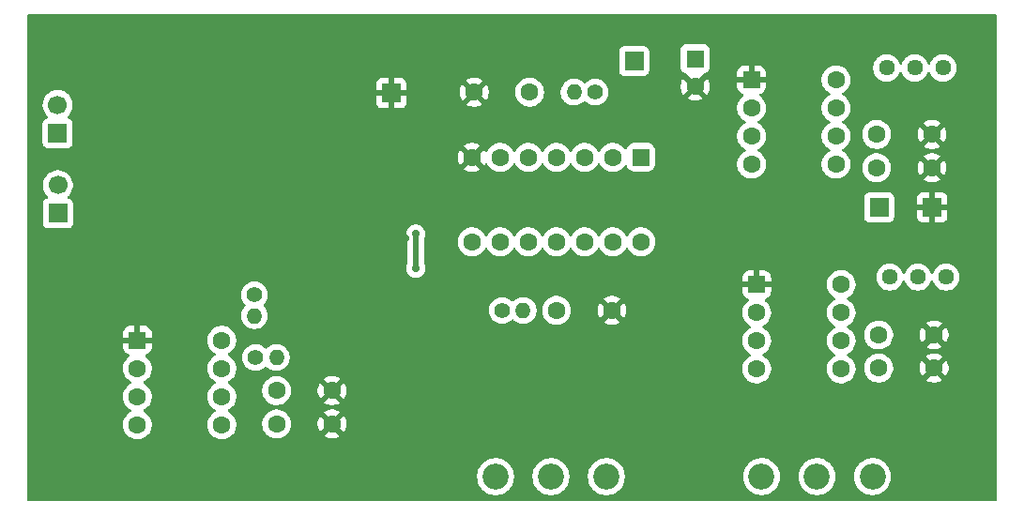
<source format=gbr>
%TF.GenerationSoftware,KiCad,Pcbnew,9.0.1-9.0.1-0~ubuntu24.04.1*%
%TF.CreationDate,2025-05-01T18:06:16+02:00*%
%TF.ProjectId,Circuito_LED,43697263-7569-4746-9f5f-4c45442e6b69,rev?*%
%TF.SameCoordinates,Original*%
%TF.FileFunction,Copper,L2,Bot*%
%TF.FilePolarity,Positive*%
%FSLAX46Y46*%
G04 Gerber Fmt 4.6, Leading zero omitted, Abs format (unit mm)*
G04 Created by KiCad (PCBNEW 9.0.1-9.0.1-0~ubuntu24.04.1) date 2025-05-01 18:06:16*
%MOMM*%
%LPD*%
G01*
G04 APERTURE LIST*
G04 Aperture macros list*
%AMRoundRect*
0 Rectangle with rounded corners*
0 $1 Rounding radius*
0 $2 $3 $4 $5 $6 $7 $8 $9 X,Y pos of 4 corners*
0 Add a 4 corners polygon primitive as box body*
4,1,4,$2,$3,$4,$5,$6,$7,$8,$9,$2,$3,0*
0 Add four circle primitives for the rounded corners*
1,1,$1+$1,$2,$3*
1,1,$1+$1,$4,$5*
1,1,$1+$1,$6,$7*
1,1,$1+$1,$8,$9*
0 Add four rect primitives between the rounded corners*
20,1,$1+$1,$2,$3,$4,$5,0*
20,1,$1+$1,$4,$5,$6,$7,0*
20,1,$1+$1,$6,$7,$8,$9,0*
20,1,$1+$1,$8,$9,$2,$3,0*%
G04 Aperture macros list end*
%TA.AperFunction,ComponentPad*%
%ADD10R,1.700000X1.700000*%
%TD*%
%TA.AperFunction,ComponentPad*%
%ADD11C,1.600000*%
%TD*%
%TA.AperFunction,ComponentPad*%
%ADD12C,1.400000*%
%TD*%
%TA.AperFunction,ComponentPad*%
%ADD13O,1.400000X1.400000*%
%TD*%
%TA.AperFunction,ComponentPad*%
%ADD14RoundRect,0.250000X-0.550000X0.550000X-0.550000X-0.550000X0.550000X-0.550000X0.550000X0.550000X0*%
%TD*%
%TA.AperFunction,ComponentPad*%
%ADD15R,1.600000X1.600000*%
%TD*%
%TA.AperFunction,ComponentPad*%
%ADD16RoundRect,0.250000X-0.550000X-0.550000X0.550000X-0.550000X0.550000X0.550000X-0.550000X0.550000X0*%
%TD*%
%TA.AperFunction,ComponentPad*%
%ADD17C,2.340000*%
%TD*%
%TA.AperFunction,ComponentPad*%
%ADD18C,1.440000*%
%TD*%
%TA.AperFunction,ComponentPad*%
%ADD19C,1.700000*%
%TD*%
%TA.AperFunction,ViaPad*%
%ADD20C,0.800000*%
%TD*%
%TA.AperFunction,ViaPad*%
%ADD21C,0.700000*%
%TD*%
%TA.AperFunction,Conductor*%
%ADD22C,0.500000*%
%TD*%
G04 APERTURE END LIST*
D10*
%TO.P,GND,1,Pin_1*%
%TO.N,GND*%
X167900000Y-94700000D03*
%TD*%
D11*
%TO.P,C5,1*%
%TO.N,GND*%
X167875000Y-91130000D03*
%TO.P,C5,2*%
%TO.N,Net-(U7-CV)*%
X162875000Y-91130000D03*
%TD*%
D12*
%TO.P,R3,1*%
%TO.N,+5V*%
X106750000Y-102595000D03*
D13*
%TO.P,R3,2*%
%TO.N,Net-(U2-DIS)*%
X106750000Y-104495000D03*
%TD*%
D11*
%TO.P,C6,1*%
%TO.N,Net-(U7-DIS)*%
X162875000Y-88130000D03*
%TO.P,C6,2*%
%TO.N,GND*%
X167875000Y-88130000D03*
%TD*%
D10*
%TO.P,5V,1,Pin_1*%
%TO.N,+5V*%
X141000000Y-81500000D03*
%TD*%
D11*
%TO.P,C1,1*%
%TO.N,GND*%
X168060000Y-109210000D03*
%TO.P,C1,2*%
%TO.N,Net-(U1-CV)*%
X163060000Y-109210000D03*
%TD*%
D14*
%TO.P,U3,1*%
%TO.N,NDELAY*%
X141620000Y-90195000D03*
D11*
%TO.P,U3,2*%
%TO.N,Net-(U3-Pad2)*%
X139080000Y-90195000D03*
%TO.P,U3,3*%
%TO.N,Net-(U7-TR)*%
X136540000Y-90195000D03*
%TO.P,U3,4*%
%TO.N,Net-(U3-Pad2)*%
X134000000Y-90195000D03*
%TO.P,U3,5*%
%TO.N,Net-(C14-Pad2)*%
X131460000Y-90195000D03*
%TO.P,U3,6*%
X128920000Y-90195000D03*
%TO.P,U3,7,VSS*%
%TO.N,GND*%
X126380000Y-90195000D03*
%TO.P,U3,8*%
%TO.N,Net-(U5-Y)*%
X126380000Y-97815000D03*
%TO.P,U3,9*%
%TO.N,Net-(U3-Pad11)*%
X128920000Y-97815000D03*
%TO.P,U3,10*%
%TO.N,Net-(U1-TR)*%
X131460000Y-97815000D03*
%TO.P,U3,11*%
%TO.N,Net-(U3-Pad11)*%
X134000000Y-97815000D03*
%TO.P,U3,12*%
%TO.N,Net-(C13-Pad2)*%
X136540000Y-97815000D03*
%TO.P,U3,13*%
X139080000Y-97815000D03*
%TO.P,U3,14,VDD*%
%TO.N,+5V*%
X141620000Y-97815000D03*
%TD*%
%TO.P,C2,1*%
%TO.N,Net-(U1-DIS)*%
X163060000Y-106210000D03*
%TO.P,C2,2*%
%TO.N,GND*%
X168060000Y-106210000D03*
%TD*%
D12*
%TO.P,R4,1*%
%TO.N,Net-(U2-DIS)*%
X106845000Y-108250000D03*
D13*
%TO.P,R4,2*%
%TO.N,Net-(U2-THR)*%
X108745000Y-108250000D03*
%TD*%
D10*
%TO.P,GND,1,Pin_1*%
%TO.N,GND*%
X119100000Y-84400000D03*
%TD*%
D11*
%TO.P,C14,1*%
%TO.N,GND*%
X126580000Y-84315000D03*
%TO.P,C14,2*%
%TO.N,Net-(C14-Pad2)*%
X131580000Y-84315000D03*
%TD*%
D15*
%TO.P,C7,1*%
%TO.N,+5V*%
X146500000Y-81294888D03*
D11*
%TO.P,C7,2*%
%TO.N,GND*%
X146500000Y-83794888D03*
%TD*%
D16*
%TO.P,U2,1,GND*%
%TO.N,GND*%
X96195000Y-106690000D03*
D11*
%TO.P,U2,2,TR*%
%TO.N,Net-(U2-THR)*%
X96195000Y-109230000D03*
%TO.P,U2,3,Q*%
%TO.N,LO*%
X96195000Y-111770000D03*
%TO.P,U2,4,R*%
%TO.N,+5V*%
X96195000Y-114310000D03*
%TO.P,U2,5,CV*%
%TO.N,Net-(U2-CV)*%
X103815000Y-114310000D03*
%TO.P,U2,6,THR*%
%TO.N,Net-(U2-THR)*%
X103815000Y-111770000D03*
%TO.P,U2,7,DIS*%
%TO.N,Net-(U2-DIS)*%
X103815000Y-109230000D03*
%TO.P,U2,8,VCC*%
%TO.N,+5V*%
X103815000Y-106690000D03*
%TD*%
D12*
%TO.P,R14,1*%
%TO.N,NDELAY*%
X137485000Y-84315000D03*
D13*
%TO.P,R14,2*%
%TO.N,Net-(C14-Pad2)*%
X135585000Y-84315000D03*
%TD*%
D11*
%TO.P,C3,1*%
%TO.N,GND*%
X113750000Y-114250000D03*
%TO.P,C3,2*%
%TO.N,Net-(U2-CV)*%
X108750000Y-114250000D03*
%TD*%
D12*
%TO.P,R13,1*%
%TO.N,Net-(U5-Y)*%
X129095000Y-104000000D03*
D13*
%TO.P,R13,2*%
%TO.N,Net-(C13-Pad2)*%
X130995000Y-104000000D03*
%TD*%
D17*
%TO.P,RV2,1,1*%
%TO.N,+5V*%
X128500000Y-119000000D03*
%TO.P,RV2,2,2*%
%TO.N,Net-(RV2-Pad2)*%
X133500000Y-119000000D03*
%TO.P,RV2,3,3*%
%TO.N,unconnected-(RV2-Pad3)*%
X138500000Y-119000000D03*
%TD*%
D16*
%TO.P,U1,1,GND*%
%TO.N,GND*%
X152060000Y-101670000D03*
D11*
%TO.P,U1,2,TR*%
%TO.N,Net-(U1-TR)*%
X152060000Y-104210000D03*
%TO.P,U1,3,Q*%
%TO.N,DELAY*%
X152060000Y-106750000D03*
%TO.P,U1,4,R*%
%TO.N,+5V*%
X152060000Y-109290000D03*
%TO.P,U1,5,CV*%
%TO.N,Net-(U1-CV)*%
X159680000Y-109290000D03*
%TO.P,U1,6,THR*%
%TO.N,Net-(U1-DIS)*%
X159680000Y-106750000D03*
%TO.P,U1,7,DIS*%
X159680000Y-104210000D03*
%TO.P,U1,8,VCC*%
%TO.N,+5V*%
X159680000Y-101670000D03*
%TD*%
D17*
%TO.P,RV1,1,1*%
%TO.N,+5V*%
X152500000Y-119000000D03*
%TO.P,RV1,2,2*%
%TO.N,Net-(RV1-Pad2)*%
X157500000Y-119000000D03*
%TO.P,RV1,3,3*%
%TO.N,unconnected-(RV1-Pad3)*%
X162500000Y-119000000D03*
%TD*%
D10*
%TO.P,OUT,1,Pin_1*%
%TO.N,MONO*%
X163100000Y-94700000D03*
%TD*%
D11*
%TO.P,C4,1*%
%TO.N,Net-(U2-THR)*%
X108750000Y-111250000D03*
%TO.P,C4,2*%
%TO.N,GND*%
X113750000Y-111250000D03*
%TD*%
%TO.P,C13,1*%
%TO.N,GND*%
X139000000Y-104000000D03*
%TO.P,C13,2*%
%TO.N,Net-(C13-Pad2)*%
X134000000Y-104000000D03*
%TD*%
D18*
%TO.P,RV3,1,1*%
%TO.N,Net-(RV2-Pad2)*%
X164060000Y-101000000D03*
%TO.P,RV3,2,2*%
%TO.N,Net-(U1-DIS)*%
X166600000Y-101000000D03*
%TO.P,RV3,3,3*%
%TO.N,unconnected-(RV3-Pad3)*%
X169140000Y-101000000D03*
%TD*%
D10*
%TO.P,SCAN,1,In*%
%TO.N,/LED-*%
X89000000Y-88000000D03*
D19*
%TO.P,SCAN,2,Ext*%
%TO.N,/LED+*%
X89000000Y-85460000D03*
%TD*%
D16*
%TO.P,U7,1,GND*%
%TO.N,GND*%
X151595000Y-83190000D03*
D11*
%TO.P,U7,2,TR*%
%TO.N,Net-(U7-TR)*%
X151595000Y-85730000D03*
%TO.P,U7,3,Q*%
%TO.N,MONO*%
X151595000Y-88270000D03*
%TO.P,U7,4,R*%
%TO.N,+5V*%
X151595000Y-90810000D03*
%TO.P,U7,5,CV*%
%TO.N,Net-(U7-CV)*%
X159215000Y-90810000D03*
%TO.P,U7,6,THR*%
%TO.N,Net-(U7-DIS)*%
X159215000Y-88270000D03*
%TO.P,U7,7,DIS*%
X159215000Y-85730000D03*
%TO.P,U7,8,VCC*%
%TO.N,+5V*%
X159215000Y-83190000D03*
%TD*%
D10*
%TO.P,FRAME,1,In*%
%TO.N,/SCAN-*%
X89025000Y-95250000D03*
D19*
%TO.P,FRAME,2,Ext*%
%TO.N,/SCAN+*%
X89025000Y-92710000D03*
%TD*%
D18*
%TO.P,RV4,1,1*%
%TO.N,Net-(RV1-Pad2)*%
X163795000Y-82130000D03*
%TO.P,RV4,2,2*%
%TO.N,Net-(U7-DIS)*%
X166335000Y-82130000D03*
%TO.P,RV4,3,3*%
%TO.N,unconnected-(RV4-Pad3)*%
X168875000Y-82130000D03*
%TD*%
D20*
%TO.N,GND*%
X91600000Y-83800000D03*
X107200000Y-93400000D03*
D21*
X112600000Y-98500000D03*
X120400000Y-97500000D03*
D20*
X97600000Y-83800000D03*
X92800000Y-97000000D03*
X100000000Y-97000000D03*
X96400000Y-97000000D03*
X104800000Y-83800000D03*
X107200000Y-97000000D03*
D21*
X115000000Y-98500000D03*
D20*
X102400000Y-97000000D03*
X94000000Y-97000000D03*
X96400000Y-83800000D03*
X101200000Y-83800000D03*
X107200000Y-91000000D03*
X97600000Y-97000000D03*
X103600000Y-83800000D03*
X98800000Y-83800000D03*
X95200000Y-83800000D03*
X106000000Y-83800000D03*
X103600000Y-97000000D03*
X107200000Y-94600000D03*
D21*
X112100000Y-93700000D03*
D20*
X107200000Y-92200000D03*
X91600000Y-97000000D03*
X107200000Y-88600000D03*
X104800000Y-97000000D03*
X106000000Y-97000000D03*
D21*
X110000000Y-93500000D03*
X111900000Y-92000000D03*
D20*
X92800000Y-83800000D03*
X107200000Y-89800000D03*
X101200000Y-97000000D03*
X100000000Y-83800000D03*
D21*
X149800000Y-93200000D03*
X151500000Y-94800000D03*
D20*
X98800000Y-97000000D03*
X107200000Y-85000000D03*
X107200000Y-87400000D03*
X94000000Y-83800000D03*
X102400000Y-83800000D03*
X107200000Y-86200000D03*
X95200000Y-97000000D03*
X107200000Y-95800000D03*
D21*
X113800000Y-99700000D03*
X119600000Y-97500000D03*
D20*
X107200000Y-83800000D03*
D21*
X151300000Y-93300000D03*
%TO.N,+5V*%
X121300000Y-100200000D03*
X121300000Y-97100000D03*
%TD*%
D22*
%TO.N,+5V*%
X121300000Y-100200000D02*
X121300000Y-97100000D01*
%TD*%
%TA.AperFunction,Conductor*%
%TO.N,GND*%
G36*
X173692539Y-77319685D02*
G01*
X173738294Y-77372489D01*
X173749500Y-77424000D01*
X173749500Y-121076000D01*
X173729815Y-121143039D01*
X173677011Y-121188794D01*
X173625500Y-121200000D01*
X86374500Y-121200000D01*
X86307461Y-121180315D01*
X86261706Y-121127511D01*
X86250500Y-121076000D01*
X86250500Y-118890502D01*
X126829500Y-118890502D01*
X126829500Y-119109497D01*
X126853306Y-119290314D01*
X126858083Y-119326598D01*
X126914759Y-119538117D01*
X126998560Y-119740428D01*
X126998562Y-119740433D01*
X126998565Y-119740438D01*
X127108049Y-119930070D01*
X127241355Y-120103798D01*
X127241361Y-120103805D01*
X127396194Y-120258638D01*
X127396201Y-120258644D01*
X127569929Y-120391950D01*
X127759561Y-120501434D01*
X127759563Y-120501434D01*
X127759572Y-120501440D01*
X127961883Y-120585241D01*
X128173402Y-120641917D01*
X128390510Y-120670500D01*
X128390517Y-120670500D01*
X128609483Y-120670500D01*
X128609490Y-120670500D01*
X128826598Y-120641917D01*
X129038117Y-120585241D01*
X129240428Y-120501440D01*
X129430071Y-120391950D01*
X129603800Y-120258643D01*
X129758643Y-120103800D01*
X129891950Y-119930071D01*
X130001440Y-119740428D01*
X130085241Y-119538117D01*
X130141917Y-119326598D01*
X130170500Y-119109490D01*
X130170500Y-118890510D01*
X130170499Y-118890502D01*
X131829500Y-118890502D01*
X131829500Y-119109497D01*
X131853306Y-119290314D01*
X131858083Y-119326598D01*
X131914759Y-119538117D01*
X131998560Y-119740428D01*
X131998562Y-119740433D01*
X131998565Y-119740438D01*
X132108049Y-119930070D01*
X132241355Y-120103798D01*
X132241361Y-120103805D01*
X132396194Y-120258638D01*
X132396201Y-120258644D01*
X132569929Y-120391950D01*
X132759561Y-120501434D01*
X132759563Y-120501434D01*
X132759572Y-120501440D01*
X132961883Y-120585241D01*
X133173402Y-120641917D01*
X133390510Y-120670500D01*
X133390517Y-120670500D01*
X133609483Y-120670500D01*
X133609490Y-120670500D01*
X133826598Y-120641917D01*
X134038117Y-120585241D01*
X134240428Y-120501440D01*
X134430071Y-120391950D01*
X134603800Y-120258643D01*
X134758643Y-120103800D01*
X134891950Y-119930071D01*
X135001440Y-119740428D01*
X135085241Y-119538117D01*
X135141917Y-119326598D01*
X135170500Y-119109490D01*
X135170500Y-118890510D01*
X135170499Y-118890502D01*
X136829500Y-118890502D01*
X136829500Y-119109497D01*
X136853306Y-119290314D01*
X136858083Y-119326598D01*
X136914759Y-119538117D01*
X136998560Y-119740428D01*
X136998562Y-119740433D01*
X136998565Y-119740438D01*
X137108049Y-119930070D01*
X137241355Y-120103798D01*
X137241361Y-120103805D01*
X137396194Y-120258638D01*
X137396201Y-120258644D01*
X137569929Y-120391950D01*
X137759561Y-120501434D01*
X137759563Y-120501434D01*
X137759572Y-120501440D01*
X137961883Y-120585241D01*
X138173402Y-120641917D01*
X138390510Y-120670500D01*
X138390517Y-120670500D01*
X138609483Y-120670500D01*
X138609490Y-120670500D01*
X138826598Y-120641917D01*
X139038117Y-120585241D01*
X139240428Y-120501440D01*
X139430071Y-120391950D01*
X139603800Y-120258643D01*
X139758643Y-120103800D01*
X139891950Y-119930071D01*
X140001440Y-119740428D01*
X140085241Y-119538117D01*
X140141917Y-119326598D01*
X140170500Y-119109490D01*
X140170500Y-118890510D01*
X140170499Y-118890502D01*
X150829500Y-118890502D01*
X150829500Y-119109497D01*
X150853306Y-119290314D01*
X150858083Y-119326598D01*
X150914759Y-119538117D01*
X150998560Y-119740428D01*
X150998562Y-119740433D01*
X150998565Y-119740438D01*
X151108049Y-119930070D01*
X151241355Y-120103798D01*
X151241361Y-120103805D01*
X151396194Y-120258638D01*
X151396201Y-120258644D01*
X151569929Y-120391950D01*
X151759561Y-120501434D01*
X151759563Y-120501434D01*
X151759572Y-120501440D01*
X151961883Y-120585241D01*
X152173402Y-120641917D01*
X152390510Y-120670500D01*
X152390517Y-120670500D01*
X152609483Y-120670500D01*
X152609490Y-120670500D01*
X152826598Y-120641917D01*
X153038117Y-120585241D01*
X153240428Y-120501440D01*
X153430071Y-120391950D01*
X153603800Y-120258643D01*
X153758643Y-120103800D01*
X153891950Y-119930071D01*
X154001440Y-119740428D01*
X154085241Y-119538117D01*
X154141917Y-119326598D01*
X154170500Y-119109490D01*
X154170500Y-118890510D01*
X154170499Y-118890502D01*
X155829500Y-118890502D01*
X155829500Y-119109497D01*
X155853306Y-119290314D01*
X155858083Y-119326598D01*
X155914759Y-119538117D01*
X155998560Y-119740428D01*
X155998562Y-119740433D01*
X155998565Y-119740438D01*
X156108049Y-119930070D01*
X156241355Y-120103798D01*
X156241361Y-120103805D01*
X156396194Y-120258638D01*
X156396201Y-120258644D01*
X156569929Y-120391950D01*
X156759561Y-120501434D01*
X156759563Y-120501434D01*
X156759572Y-120501440D01*
X156961883Y-120585241D01*
X157173402Y-120641917D01*
X157390510Y-120670500D01*
X157390517Y-120670500D01*
X157609483Y-120670500D01*
X157609490Y-120670500D01*
X157826598Y-120641917D01*
X158038117Y-120585241D01*
X158240428Y-120501440D01*
X158430071Y-120391950D01*
X158603800Y-120258643D01*
X158758643Y-120103800D01*
X158891950Y-119930071D01*
X159001440Y-119740428D01*
X159085241Y-119538117D01*
X159141917Y-119326598D01*
X159170500Y-119109490D01*
X159170500Y-118890510D01*
X159170499Y-118890502D01*
X160829500Y-118890502D01*
X160829500Y-119109497D01*
X160853306Y-119290314D01*
X160858083Y-119326598D01*
X160914759Y-119538117D01*
X160998560Y-119740428D01*
X160998562Y-119740433D01*
X160998565Y-119740438D01*
X161108049Y-119930070D01*
X161241355Y-120103798D01*
X161241361Y-120103805D01*
X161396194Y-120258638D01*
X161396201Y-120258644D01*
X161569929Y-120391950D01*
X161759561Y-120501434D01*
X161759563Y-120501434D01*
X161759572Y-120501440D01*
X161961883Y-120585241D01*
X162173402Y-120641917D01*
X162390510Y-120670500D01*
X162390517Y-120670500D01*
X162609483Y-120670500D01*
X162609490Y-120670500D01*
X162826598Y-120641917D01*
X163038117Y-120585241D01*
X163240428Y-120501440D01*
X163430071Y-120391950D01*
X163603800Y-120258643D01*
X163758643Y-120103800D01*
X163891950Y-119930071D01*
X164001440Y-119740428D01*
X164085241Y-119538117D01*
X164141917Y-119326598D01*
X164170500Y-119109490D01*
X164170500Y-118890510D01*
X164141917Y-118673402D01*
X164085241Y-118461883D01*
X164001440Y-118259572D01*
X163891950Y-118069929D01*
X163758643Y-117896200D01*
X163758638Y-117896194D01*
X163603805Y-117741361D01*
X163603798Y-117741355D01*
X163430070Y-117608049D01*
X163240438Y-117498565D01*
X163240433Y-117498562D01*
X163240428Y-117498560D01*
X163038117Y-117414759D01*
X163038118Y-117414759D01*
X163038115Y-117414758D01*
X162932357Y-117386421D01*
X162826598Y-117358083D01*
X162790314Y-117353306D01*
X162609497Y-117329500D01*
X162609490Y-117329500D01*
X162390510Y-117329500D01*
X162390502Y-117329500D01*
X162183853Y-117356707D01*
X162173402Y-117358083D01*
X162128699Y-117370060D01*
X161961884Y-117414758D01*
X161843374Y-117463847D01*
X161759572Y-117498560D01*
X161759569Y-117498561D01*
X161759561Y-117498565D01*
X161569929Y-117608049D01*
X161396201Y-117741355D01*
X161396194Y-117741361D01*
X161241361Y-117896194D01*
X161241355Y-117896201D01*
X161108049Y-118069929D01*
X160998565Y-118259561D01*
X160998560Y-118259573D01*
X160914758Y-118461884D01*
X160858084Y-118673399D01*
X160858082Y-118673410D01*
X160829500Y-118890502D01*
X159170499Y-118890502D01*
X159141917Y-118673402D01*
X159085241Y-118461883D01*
X159001440Y-118259572D01*
X158891950Y-118069929D01*
X158758643Y-117896200D01*
X158758638Y-117896194D01*
X158603805Y-117741361D01*
X158603798Y-117741355D01*
X158430070Y-117608049D01*
X158240438Y-117498565D01*
X158240433Y-117498562D01*
X158240428Y-117498560D01*
X158038117Y-117414759D01*
X158038118Y-117414759D01*
X158038115Y-117414758D01*
X157932357Y-117386421D01*
X157826598Y-117358083D01*
X157790314Y-117353306D01*
X157609497Y-117329500D01*
X157609490Y-117329500D01*
X157390510Y-117329500D01*
X157390502Y-117329500D01*
X157183853Y-117356707D01*
X157173402Y-117358083D01*
X157128699Y-117370060D01*
X156961884Y-117414758D01*
X156843374Y-117463847D01*
X156759572Y-117498560D01*
X156759569Y-117498561D01*
X156759561Y-117498565D01*
X156569929Y-117608049D01*
X156396201Y-117741355D01*
X156396194Y-117741361D01*
X156241361Y-117896194D01*
X156241355Y-117896201D01*
X156108049Y-118069929D01*
X155998565Y-118259561D01*
X155998560Y-118259573D01*
X155914758Y-118461884D01*
X155858084Y-118673399D01*
X155858082Y-118673410D01*
X155829500Y-118890502D01*
X154170499Y-118890502D01*
X154141917Y-118673402D01*
X154085241Y-118461883D01*
X154001440Y-118259572D01*
X153891950Y-118069929D01*
X153758643Y-117896200D01*
X153758638Y-117896194D01*
X153603805Y-117741361D01*
X153603798Y-117741355D01*
X153430070Y-117608049D01*
X153240438Y-117498565D01*
X153240433Y-117498562D01*
X153240428Y-117498560D01*
X153038117Y-117414759D01*
X153038118Y-117414759D01*
X153038115Y-117414758D01*
X152932357Y-117386421D01*
X152826598Y-117358083D01*
X152790314Y-117353306D01*
X152609497Y-117329500D01*
X152609490Y-117329500D01*
X152390510Y-117329500D01*
X152390502Y-117329500D01*
X152183853Y-117356707D01*
X152173402Y-117358083D01*
X152128699Y-117370060D01*
X151961884Y-117414758D01*
X151843374Y-117463847D01*
X151759572Y-117498560D01*
X151759569Y-117498561D01*
X151759561Y-117498565D01*
X151569929Y-117608049D01*
X151396201Y-117741355D01*
X151396194Y-117741361D01*
X151241361Y-117896194D01*
X151241355Y-117896201D01*
X151108049Y-118069929D01*
X150998565Y-118259561D01*
X150998560Y-118259573D01*
X150914758Y-118461884D01*
X150858084Y-118673399D01*
X150858082Y-118673410D01*
X150829500Y-118890502D01*
X140170499Y-118890502D01*
X140141917Y-118673402D01*
X140085241Y-118461883D01*
X140001440Y-118259572D01*
X139891950Y-118069929D01*
X139758643Y-117896200D01*
X139758638Y-117896194D01*
X139603805Y-117741361D01*
X139603798Y-117741355D01*
X139430070Y-117608049D01*
X139240438Y-117498565D01*
X139240433Y-117498562D01*
X139240428Y-117498560D01*
X139038117Y-117414759D01*
X139038118Y-117414759D01*
X139038115Y-117414758D01*
X138932357Y-117386421D01*
X138826598Y-117358083D01*
X138790314Y-117353306D01*
X138609497Y-117329500D01*
X138609490Y-117329500D01*
X138390510Y-117329500D01*
X138390502Y-117329500D01*
X138183853Y-117356707D01*
X138173402Y-117358083D01*
X138128699Y-117370060D01*
X137961884Y-117414758D01*
X137843374Y-117463847D01*
X137759572Y-117498560D01*
X137759569Y-117498561D01*
X137759561Y-117498565D01*
X137569929Y-117608049D01*
X137396201Y-117741355D01*
X137396194Y-117741361D01*
X137241361Y-117896194D01*
X137241355Y-117896201D01*
X137108049Y-118069929D01*
X136998565Y-118259561D01*
X136998560Y-118259573D01*
X136914758Y-118461884D01*
X136858084Y-118673399D01*
X136858082Y-118673410D01*
X136829500Y-118890502D01*
X135170499Y-118890502D01*
X135141917Y-118673402D01*
X135085241Y-118461883D01*
X135001440Y-118259572D01*
X134891950Y-118069929D01*
X134758643Y-117896200D01*
X134758638Y-117896194D01*
X134603805Y-117741361D01*
X134603798Y-117741355D01*
X134430070Y-117608049D01*
X134240438Y-117498565D01*
X134240433Y-117498562D01*
X134240428Y-117498560D01*
X134038117Y-117414759D01*
X134038118Y-117414759D01*
X134038115Y-117414758D01*
X133932357Y-117386421D01*
X133826598Y-117358083D01*
X133790314Y-117353306D01*
X133609497Y-117329500D01*
X133609490Y-117329500D01*
X133390510Y-117329500D01*
X133390502Y-117329500D01*
X133183853Y-117356707D01*
X133173402Y-117358083D01*
X133128699Y-117370060D01*
X132961884Y-117414758D01*
X132843374Y-117463847D01*
X132759572Y-117498560D01*
X132759569Y-117498561D01*
X132759561Y-117498565D01*
X132569929Y-117608049D01*
X132396201Y-117741355D01*
X132396194Y-117741361D01*
X132241361Y-117896194D01*
X132241355Y-117896201D01*
X132108049Y-118069929D01*
X131998565Y-118259561D01*
X131998560Y-118259573D01*
X131914758Y-118461884D01*
X131858084Y-118673399D01*
X131858082Y-118673410D01*
X131829500Y-118890502D01*
X130170499Y-118890502D01*
X130141917Y-118673402D01*
X130085241Y-118461883D01*
X130001440Y-118259572D01*
X129891950Y-118069929D01*
X129758643Y-117896200D01*
X129758638Y-117896194D01*
X129603805Y-117741361D01*
X129603798Y-117741355D01*
X129430070Y-117608049D01*
X129240438Y-117498565D01*
X129240433Y-117498562D01*
X129240428Y-117498560D01*
X129038117Y-117414759D01*
X129038118Y-117414759D01*
X129038115Y-117414758D01*
X128932357Y-117386421D01*
X128826598Y-117358083D01*
X128790314Y-117353306D01*
X128609497Y-117329500D01*
X128609490Y-117329500D01*
X128390510Y-117329500D01*
X128390502Y-117329500D01*
X128183853Y-117356707D01*
X128173402Y-117358083D01*
X128128699Y-117370060D01*
X127961884Y-117414758D01*
X127843374Y-117463847D01*
X127759572Y-117498560D01*
X127759569Y-117498561D01*
X127759561Y-117498565D01*
X127569929Y-117608049D01*
X127396201Y-117741355D01*
X127396194Y-117741361D01*
X127241361Y-117896194D01*
X127241355Y-117896201D01*
X127108049Y-118069929D01*
X126998565Y-118259561D01*
X126998560Y-118259573D01*
X126914758Y-118461884D01*
X126858084Y-118673399D01*
X126858082Y-118673410D01*
X126829500Y-118890502D01*
X86250500Y-118890502D01*
X86250500Y-109127648D01*
X94894500Y-109127648D01*
X94894500Y-109332351D01*
X94926522Y-109534534D01*
X94989781Y-109729223D01*
X95053691Y-109854653D01*
X95072522Y-109891610D01*
X95082715Y-109911613D01*
X95203028Y-110077213D01*
X95347786Y-110221971D01*
X95485273Y-110321859D01*
X95513390Y-110342287D01*
X95604840Y-110388883D01*
X95606080Y-110389515D01*
X95656876Y-110437490D01*
X95673671Y-110505311D01*
X95651134Y-110571446D01*
X95606080Y-110610485D01*
X95513386Y-110657715D01*
X95347786Y-110778028D01*
X95203028Y-110922786D01*
X95082715Y-111088386D01*
X94989781Y-111270776D01*
X94926522Y-111465465D01*
X94894500Y-111667648D01*
X94894500Y-111872351D01*
X94926522Y-112074534D01*
X94989781Y-112269223D01*
X95082715Y-112451613D01*
X95203028Y-112617213D01*
X95347786Y-112761971D01*
X95502749Y-112874556D01*
X95513390Y-112882287D01*
X95604840Y-112928883D01*
X95606080Y-112929515D01*
X95656876Y-112977490D01*
X95673671Y-113045311D01*
X95651134Y-113111446D01*
X95606080Y-113150485D01*
X95513386Y-113197715D01*
X95347786Y-113318028D01*
X95203028Y-113462786D01*
X95082715Y-113628386D01*
X94989781Y-113810776D01*
X94926522Y-114005465D01*
X94894500Y-114207648D01*
X94894500Y-114412351D01*
X94926522Y-114614534D01*
X94989781Y-114809223D01*
X95082715Y-114991613D01*
X95203028Y-115157213D01*
X95347786Y-115301971D01*
X95430806Y-115362287D01*
X95513390Y-115422287D01*
X95578021Y-115455218D01*
X95695776Y-115515218D01*
X95695778Y-115515218D01*
X95695781Y-115515220D01*
X95800137Y-115549127D01*
X95890465Y-115578477D01*
X95991557Y-115594488D01*
X96092648Y-115610500D01*
X96092649Y-115610500D01*
X96297351Y-115610500D01*
X96297352Y-115610500D01*
X96499534Y-115578477D01*
X96694219Y-115515220D01*
X96876610Y-115422287D01*
X96969590Y-115354732D01*
X97042213Y-115301971D01*
X97042215Y-115301968D01*
X97042219Y-115301966D01*
X97186966Y-115157219D01*
X97186968Y-115157215D01*
X97186971Y-115157213D01*
X97239732Y-115084590D01*
X97307287Y-114991610D01*
X97400220Y-114809219D01*
X97463477Y-114614534D01*
X97495500Y-114412352D01*
X97495500Y-114207648D01*
X97463477Y-114005466D01*
X97443981Y-113945465D01*
X97400218Y-113810776D01*
X97366503Y-113744607D01*
X97307287Y-113628390D01*
X97263884Y-113568650D01*
X97186971Y-113462786D01*
X97042213Y-113318028D01*
X96876614Y-113197715D01*
X96870006Y-113194348D01*
X96783917Y-113150483D01*
X96733123Y-113102511D01*
X96716328Y-113034690D01*
X96738865Y-112968555D01*
X96783917Y-112929516D01*
X96876610Y-112882287D01*
X96897770Y-112866913D01*
X97042213Y-112761971D01*
X97042215Y-112761968D01*
X97042219Y-112761966D01*
X97186966Y-112617219D01*
X97186968Y-112617215D01*
X97186971Y-112617213D01*
X97239732Y-112544590D01*
X97307287Y-112451610D01*
X97400220Y-112269219D01*
X97463477Y-112074534D01*
X97495500Y-111872352D01*
X97495500Y-111667648D01*
X97485348Y-111603553D01*
X97463477Y-111465465D01*
X97400218Y-111270776D01*
X97362799Y-111197339D01*
X97307287Y-111088390D01*
X97246261Y-111004394D01*
X97186971Y-110922786D01*
X97042213Y-110778028D01*
X96876614Y-110657715D01*
X96870006Y-110654348D01*
X96783917Y-110610483D01*
X96733123Y-110562511D01*
X96716328Y-110494690D01*
X96738865Y-110428555D01*
X96783917Y-110389516D01*
X96876610Y-110342287D01*
X96904727Y-110321859D01*
X97042213Y-110221971D01*
X97042215Y-110221968D01*
X97042219Y-110221966D01*
X97186966Y-110077219D01*
X97186968Y-110077215D01*
X97186971Y-110077213D01*
X97239732Y-110004590D01*
X97307287Y-109911610D01*
X97400220Y-109729219D01*
X97463477Y-109534534D01*
X97495500Y-109332352D01*
X97495500Y-109127648D01*
X97484301Y-109056943D01*
X97463477Y-108925465D01*
X97419715Y-108790781D01*
X97400220Y-108730781D01*
X97400218Y-108730778D01*
X97400218Y-108730776D01*
X97366503Y-108664607D01*
X97307287Y-108548390D01*
X97292753Y-108528386D01*
X97186971Y-108382786D01*
X97042217Y-108238032D01*
X97042212Y-108238028D01*
X96948051Y-108169616D01*
X96905385Y-108114286D01*
X96899406Y-108044673D01*
X96932012Y-107982878D01*
X96981933Y-107951592D01*
X97064117Y-107924359D01*
X97064124Y-107924356D01*
X97213345Y-107832315D01*
X97337315Y-107708345D01*
X97429356Y-107559124D01*
X97429358Y-107559119D01*
X97484505Y-107392697D01*
X97484506Y-107392690D01*
X97494999Y-107289986D01*
X97495000Y-107289973D01*
X97495000Y-106940000D01*
X96510686Y-106940000D01*
X96515080Y-106935606D01*
X96567741Y-106844394D01*
X96595000Y-106742661D01*
X96595000Y-106637339D01*
X96581685Y-106587648D01*
X102514500Y-106587648D01*
X102514500Y-106792351D01*
X102546522Y-106994534D01*
X102609781Y-107189223D01*
X102702715Y-107371613D01*
X102823028Y-107537213D01*
X102967786Y-107681971D01*
X103050371Y-107741971D01*
X103133390Y-107802287D01*
X103224840Y-107848883D01*
X103226080Y-107849515D01*
X103276876Y-107897490D01*
X103293671Y-107965311D01*
X103271134Y-108031446D01*
X103226080Y-108070485D01*
X103133386Y-108117715D01*
X102967786Y-108238028D01*
X102823028Y-108382786D01*
X102702715Y-108548386D01*
X102609781Y-108730776D01*
X102546522Y-108925465D01*
X102514500Y-109127648D01*
X102514500Y-109332351D01*
X102546522Y-109534534D01*
X102609781Y-109729223D01*
X102673691Y-109854653D01*
X102692522Y-109891610D01*
X102702715Y-109911613D01*
X102823028Y-110077213D01*
X102967786Y-110221971D01*
X103105273Y-110321859D01*
X103133390Y-110342287D01*
X103224840Y-110388883D01*
X103226080Y-110389515D01*
X103276876Y-110437490D01*
X103293671Y-110505311D01*
X103271134Y-110571446D01*
X103226080Y-110610485D01*
X103133386Y-110657715D01*
X102967786Y-110778028D01*
X102823028Y-110922786D01*
X102702715Y-111088386D01*
X102609781Y-111270776D01*
X102546522Y-111465465D01*
X102514500Y-111667648D01*
X102514500Y-111872351D01*
X102546522Y-112074534D01*
X102609781Y-112269223D01*
X102702715Y-112451613D01*
X102823028Y-112617213D01*
X102967786Y-112761971D01*
X103122749Y-112874556D01*
X103133390Y-112882287D01*
X103224840Y-112928883D01*
X103226080Y-112929515D01*
X103276876Y-112977490D01*
X103293671Y-113045311D01*
X103271134Y-113111446D01*
X103226080Y-113150485D01*
X103133386Y-113197715D01*
X102967786Y-113318028D01*
X102823028Y-113462786D01*
X102702715Y-113628386D01*
X102609781Y-113810776D01*
X102546522Y-114005465D01*
X102514500Y-114207648D01*
X102514500Y-114412351D01*
X102546522Y-114614534D01*
X102609781Y-114809223D01*
X102702715Y-114991613D01*
X102823028Y-115157213D01*
X102967786Y-115301971D01*
X103050806Y-115362287D01*
X103133390Y-115422287D01*
X103198021Y-115455218D01*
X103315776Y-115515218D01*
X103315778Y-115515218D01*
X103315781Y-115515220D01*
X103420137Y-115549127D01*
X103510465Y-115578477D01*
X103611557Y-115594488D01*
X103712648Y-115610500D01*
X103712649Y-115610500D01*
X103917351Y-115610500D01*
X103917352Y-115610500D01*
X104119534Y-115578477D01*
X104314219Y-115515220D01*
X104496610Y-115422287D01*
X104589590Y-115354732D01*
X104662213Y-115301971D01*
X104662215Y-115301968D01*
X104662219Y-115301966D01*
X104806966Y-115157219D01*
X104806968Y-115157215D01*
X104806971Y-115157213D01*
X104859732Y-115084590D01*
X104927287Y-114991610D01*
X105020220Y-114809219D01*
X105083477Y-114614534D01*
X105115500Y-114412352D01*
X105115500Y-114207648D01*
X105105997Y-114147648D01*
X107449500Y-114147648D01*
X107449500Y-114352351D01*
X107481522Y-114554534D01*
X107544781Y-114749223D01*
X107608691Y-114874653D01*
X107637585Y-114931359D01*
X107637715Y-114931613D01*
X107758028Y-115097213D01*
X107902786Y-115241971D01*
X107985371Y-115301971D01*
X108068390Y-115362287D01*
X108184607Y-115421503D01*
X108250776Y-115455218D01*
X108250778Y-115455218D01*
X108250781Y-115455220D01*
X108355137Y-115489127D01*
X108445465Y-115518477D01*
X108546557Y-115534488D01*
X108647648Y-115550500D01*
X108647649Y-115550500D01*
X108852351Y-115550500D01*
X108852352Y-115550500D01*
X109054534Y-115518477D01*
X109249219Y-115455220D01*
X109431610Y-115362287D01*
X109524590Y-115294732D01*
X109597213Y-115241971D01*
X109597215Y-115241968D01*
X109597219Y-115241966D01*
X109741966Y-115097219D01*
X109741968Y-115097215D01*
X109741971Y-115097213D01*
X109794732Y-115024590D01*
X109862287Y-114931610D01*
X109955220Y-114749219D01*
X110018477Y-114554534D01*
X110050500Y-114352352D01*
X110050500Y-114147682D01*
X112450000Y-114147682D01*
X112450000Y-114352317D01*
X112482009Y-114554417D01*
X112545244Y-114749031D01*
X112638141Y-114931350D01*
X112638147Y-114931359D01*
X112670523Y-114975921D01*
X112670524Y-114975922D01*
X113350000Y-114296446D01*
X113350000Y-114302661D01*
X113377259Y-114404394D01*
X113429920Y-114495606D01*
X113504394Y-114570080D01*
X113595606Y-114622741D01*
X113697339Y-114650000D01*
X113703553Y-114650000D01*
X113024076Y-115329474D01*
X113068650Y-115361859D01*
X113250968Y-115454755D01*
X113445582Y-115517990D01*
X113647683Y-115550000D01*
X113852317Y-115550000D01*
X114054417Y-115517990D01*
X114249031Y-115454755D01*
X114431349Y-115361859D01*
X114475921Y-115329474D01*
X113796447Y-114650000D01*
X113802661Y-114650000D01*
X113904394Y-114622741D01*
X113995606Y-114570080D01*
X114070080Y-114495606D01*
X114122741Y-114404394D01*
X114150000Y-114302661D01*
X114150000Y-114296448D01*
X114829474Y-114975922D01*
X114829474Y-114975921D01*
X114861859Y-114931349D01*
X114954755Y-114749031D01*
X115017990Y-114554417D01*
X115050000Y-114352317D01*
X115050000Y-114147682D01*
X115017990Y-113945582D01*
X114954755Y-113750968D01*
X114861859Y-113568650D01*
X114829474Y-113524077D01*
X114829474Y-113524076D01*
X114150000Y-114203551D01*
X114150000Y-114197339D01*
X114122741Y-114095606D01*
X114070080Y-114004394D01*
X113995606Y-113929920D01*
X113904394Y-113877259D01*
X113802661Y-113850000D01*
X113796446Y-113850000D01*
X114475922Y-113170524D01*
X114475921Y-113170523D01*
X114431359Y-113138147D01*
X114431350Y-113138141D01*
X114249031Y-113045244D01*
X114054417Y-112982009D01*
X113852317Y-112950000D01*
X113647683Y-112950000D01*
X113445582Y-112982009D01*
X113250968Y-113045244D01*
X113068644Y-113138143D01*
X113024077Y-113170523D01*
X113024077Y-113170524D01*
X113703554Y-113850000D01*
X113697339Y-113850000D01*
X113595606Y-113877259D01*
X113504394Y-113929920D01*
X113429920Y-114004394D01*
X113377259Y-114095606D01*
X113350000Y-114197339D01*
X113350000Y-114203553D01*
X112670524Y-113524077D01*
X112670523Y-113524077D01*
X112638143Y-113568644D01*
X112545244Y-113750968D01*
X112482009Y-113945582D01*
X112450000Y-114147682D01*
X110050500Y-114147682D01*
X110050500Y-114147648D01*
X110027980Y-114005465D01*
X110018477Y-113945465D01*
X109974715Y-113810781D01*
X109955220Y-113750781D01*
X109955218Y-113750778D01*
X109955218Y-113750776D01*
X109921503Y-113684607D01*
X109862287Y-113568390D01*
X109830092Y-113524077D01*
X109741971Y-113402786D01*
X109597213Y-113258028D01*
X109431613Y-113137715D01*
X109431612Y-113137714D01*
X109431610Y-113137713D01*
X109374653Y-113108691D01*
X109249223Y-113044781D01*
X109054534Y-112981522D01*
X108879995Y-112953878D01*
X108852352Y-112949500D01*
X108647648Y-112949500D01*
X108623329Y-112953351D01*
X108445465Y-112981522D01*
X108250776Y-113044781D01*
X108068386Y-113137715D01*
X107902786Y-113258028D01*
X107758028Y-113402786D01*
X107637715Y-113568386D01*
X107544781Y-113750776D01*
X107481522Y-113945465D01*
X107449500Y-114147648D01*
X105105997Y-114147648D01*
X105083477Y-114005466D01*
X105020220Y-113810781D01*
X105020218Y-113810778D01*
X105020218Y-113810776D01*
X104986503Y-113744607D01*
X104927287Y-113628390D01*
X104883884Y-113568650D01*
X104806971Y-113462786D01*
X104662213Y-113318028D01*
X104496614Y-113197715D01*
X104490006Y-113194348D01*
X104403917Y-113150483D01*
X104353123Y-113102511D01*
X104336328Y-113034690D01*
X104358865Y-112968555D01*
X104403917Y-112929516D01*
X104496610Y-112882287D01*
X104517770Y-112866913D01*
X104662213Y-112761971D01*
X104662215Y-112761968D01*
X104662219Y-112761966D01*
X104806966Y-112617219D01*
X104806968Y-112617215D01*
X104806971Y-112617213D01*
X104859732Y-112544590D01*
X104927287Y-112451610D01*
X105020220Y-112269219D01*
X105083477Y-112074534D01*
X105115500Y-111872352D01*
X105115500Y-111667648D01*
X105105348Y-111603553D01*
X105083477Y-111465465D01*
X105020218Y-111270776D01*
X104983682Y-111199071D01*
X104977127Y-111186206D01*
X104957481Y-111147648D01*
X107449500Y-111147648D01*
X107449500Y-111352351D01*
X107481522Y-111554534D01*
X107544781Y-111749223D01*
X107607519Y-111872351D01*
X107637585Y-111931359D01*
X107637715Y-111931613D01*
X107758028Y-112097213D01*
X107902786Y-112241971D01*
X108023226Y-112329474D01*
X108068390Y-112362287D01*
X108184607Y-112421503D01*
X108250776Y-112455218D01*
X108250778Y-112455218D01*
X108250781Y-112455220D01*
X108355137Y-112489127D01*
X108445465Y-112518477D01*
X108546557Y-112534488D01*
X108647648Y-112550500D01*
X108647649Y-112550500D01*
X108852351Y-112550500D01*
X108852352Y-112550500D01*
X109054534Y-112518477D01*
X109249219Y-112455220D01*
X109431610Y-112362287D01*
X109559703Y-112269223D01*
X109597213Y-112241971D01*
X109597215Y-112241968D01*
X109597219Y-112241966D01*
X109741966Y-112097219D01*
X109741968Y-112097215D01*
X109741971Y-112097213D01*
X109794732Y-112024590D01*
X109862287Y-111931610D01*
X109955220Y-111749219D01*
X110018477Y-111554534D01*
X110050500Y-111352352D01*
X110050500Y-111147682D01*
X112450000Y-111147682D01*
X112450000Y-111352317D01*
X112482009Y-111554417D01*
X112545244Y-111749031D01*
X112638141Y-111931350D01*
X112638147Y-111931359D01*
X112670523Y-111975921D01*
X112670524Y-111975922D01*
X113350000Y-111296446D01*
X113350000Y-111302661D01*
X113377259Y-111404394D01*
X113429920Y-111495606D01*
X113504394Y-111570080D01*
X113595606Y-111622741D01*
X113697339Y-111650000D01*
X113703553Y-111650000D01*
X113024076Y-112329474D01*
X113068650Y-112361859D01*
X113250968Y-112454755D01*
X113445582Y-112517990D01*
X113647683Y-112550000D01*
X113852317Y-112550000D01*
X114054417Y-112517990D01*
X114249031Y-112454755D01*
X114431349Y-112361859D01*
X114475921Y-112329474D01*
X113796447Y-111650000D01*
X113802661Y-111650000D01*
X113904394Y-111622741D01*
X113995606Y-111570080D01*
X114070080Y-111495606D01*
X114122741Y-111404394D01*
X114150000Y-111302661D01*
X114150000Y-111296448D01*
X114829474Y-111975922D01*
X114829474Y-111975921D01*
X114861859Y-111931349D01*
X114954755Y-111749031D01*
X115017990Y-111554417D01*
X115050000Y-111352317D01*
X115050000Y-111147682D01*
X115017990Y-110945582D01*
X114954755Y-110750968D01*
X114861859Y-110568650D01*
X114829474Y-110524077D01*
X114829474Y-110524076D01*
X114150000Y-111203551D01*
X114150000Y-111197339D01*
X114122741Y-111095606D01*
X114070080Y-111004394D01*
X113995606Y-110929920D01*
X113904394Y-110877259D01*
X113802661Y-110850000D01*
X113796446Y-110850000D01*
X114475922Y-110170524D01*
X114475921Y-110170523D01*
X114431359Y-110138147D01*
X114431350Y-110138141D01*
X114249031Y-110045244D01*
X114054417Y-109982009D01*
X113852317Y-109950000D01*
X113647683Y-109950000D01*
X113445582Y-109982009D01*
X113250968Y-110045244D01*
X113068644Y-110138143D01*
X113024077Y-110170523D01*
X113024077Y-110170524D01*
X113703554Y-110850000D01*
X113697339Y-110850000D01*
X113595606Y-110877259D01*
X113504394Y-110929920D01*
X113429920Y-111004394D01*
X113377259Y-111095606D01*
X113350000Y-111197339D01*
X113350000Y-111203553D01*
X112670524Y-110524077D01*
X112670523Y-110524077D01*
X112638143Y-110568644D01*
X112545244Y-110750968D01*
X112482009Y-110945582D01*
X112450000Y-111147682D01*
X110050500Y-111147682D01*
X110050500Y-111147648D01*
X110041114Y-111088386D01*
X110018477Y-110945465D01*
X109964073Y-110778028D01*
X109955220Y-110750781D01*
X109955218Y-110750778D01*
X109955218Y-110750776D01*
X109907799Y-110657713D01*
X109862287Y-110568390D01*
X109830092Y-110524077D01*
X109741971Y-110402786D01*
X109597213Y-110258028D01*
X109431613Y-110137715D01*
X109431612Y-110137714D01*
X109431610Y-110137713D01*
X109374653Y-110108691D01*
X109249223Y-110044781D01*
X109054534Y-109981522D01*
X108879995Y-109953878D01*
X108852352Y-109949500D01*
X108647648Y-109949500D01*
X108623329Y-109953351D01*
X108445465Y-109981522D01*
X108250776Y-110044781D01*
X108068386Y-110137715D01*
X107902786Y-110258028D01*
X107758028Y-110402786D01*
X107637715Y-110568386D01*
X107544781Y-110750776D01*
X107481522Y-110945465D01*
X107449500Y-111147648D01*
X104957481Y-111147648D01*
X104927287Y-111088390D01*
X104866261Y-111004394D01*
X104806971Y-110922786D01*
X104662213Y-110778028D01*
X104496614Y-110657715D01*
X104490006Y-110654348D01*
X104403917Y-110610483D01*
X104353123Y-110562511D01*
X104336328Y-110494690D01*
X104358865Y-110428555D01*
X104403917Y-110389516D01*
X104496610Y-110342287D01*
X104524727Y-110321859D01*
X104662213Y-110221971D01*
X104662215Y-110221968D01*
X104662219Y-110221966D01*
X104806966Y-110077219D01*
X104806968Y-110077215D01*
X104806971Y-110077213D01*
X104859732Y-110004590D01*
X104927287Y-109911610D01*
X105020220Y-109729219D01*
X105083477Y-109534534D01*
X105115500Y-109332352D01*
X105115500Y-109127648D01*
X105104301Y-109056943D01*
X105083477Y-108925465D01*
X105039715Y-108790781D01*
X105020220Y-108730781D01*
X105020218Y-108730778D01*
X105020218Y-108730776D01*
X104986503Y-108664607D01*
X104927287Y-108548390D01*
X104912753Y-108528386D01*
X104806971Y-108382786D01*
X104662213Y-108238028D01*
X104548639Y-108155513D01*
X105644500Y-108155513D01*
X105644500Y-108344486D01*
X105674059Y-108531118D01*
X105732454Y-108710836D01*
X105806647Y-108856446D01*
X105818240Y-108879199D01*
X105929310Y-109032073D01*
X106062927Y-109165690D01*
X106215801Y-109276760D01*
X106295347Y-109317290D01*
X106384163Y-109362545D01*
X106384165Y-109362545D01*
X106384168Y-109362547D01*
X106475895Y-109392351D01*
X106563881Y-109420940D01*
X106750514Y-109450500D01*
X106750519Y-109450500D01*
X106939486Y-109450500D01*
X107126118Y-109420940D01*
X107305832Y-109362547D01*
X107474199Y-109276760D01*
X107627073Y-109165690D01*
X107707319Y-109085444D01*
X107768642Y-109051959D01*
X107838334Y-109056943D01*
X107882681Y-109085444D01*
X107962927Y-109165690D01*
X108115801Y-109276760D01*
X108195347Y-109317290D01*
X108284163Y-109362545D01*
X108284165Y-109362545D01*
X108284168Y-109362547D01*
X108375895Y-109392351D01*
X108463881Y-109420940D01*
X108650514Y-109450500D01*
X108650519Y-109450500D01*
X108839486Y-109450500D01*
X109026118Y-109420940D01*
X109205832Y-109362547D01*
X109374199Y-109276760D01*
X109527073Y-109165690D01*
X109660690Y-109032073D01*
X109771760Y-108879199D01*
X109857547Y-108710832D01*
X109915940Y-108531118D01*
X109916373Y-108528386D01*
X109945500Y-108344486D01*
X109945500Y-108155513D01*
X109915940Y-107968881D01*
X109871566Y-107832315D01*
X109857547Y-107789168D01*
X109857545Y-107789165D01*
X109857545Y-107789163D01*
X109812290Y-107700347D01*
X109771760Y-107620801D01*
X109660690Y-107467927D01*
X109527073Y-107334310D01*
X109374199Y-107223240D01*
X109205836Y-107137454D01*
X109026118Y-107079059D01*
X108839486Y-107049500D01*
X108839481Y-107049500D01*
X108650519Y-107049500D01*
X108650514Y-107049500D01*
X108463881Y-107079059D01*
X108284163Y-107137454D01*
X108115800Y-107223240D01*
X108028579Y-107286610D01*
X107962927Y-107334310D01*
X107962925Y-107334312D01*
X107962924Y-107334312D01*
X107882681Y-107414556D01*
X107821358Y-107448041D01*
X107751666Y-107443057D01*
X107707319Y-107414556D01*
X107627075Y-107334312D01*
X107627073Y-107334310D01*
X107474199Y-107223240D01*
X107305836Y-107137454D01*
X107126118Y-107079059D01*
X106939486Y-107049500D01*
X106939481Y-107049500D01*
X106750519Y-107049500D01*
X106750514Y-107049500D01*
X106563881Y-107079059D01*
X106384163Y-107137454D01*
X106215800Y-107223240D01*
X106128579Y-107286610D01*
X106062927Y-107334310D01*
X106062925Y-107334312D01*
X106062924Y-107334312D01*
X105929312Y-107467924D01*
X105929312Y-107467925D01*
X105929310Y-107467927D01*
X105921999Y-107477990D01*
X105818240Y-107620800D01*
X105732454Y-107789163D01*
X105674059Y-107968881D01*
X105644500Y-108155513D01*
X104548639Y-108155513D01*
X104496614Y-108117715D01*
X104489884Y-108114286D01*
X104403917Y-108070483D01*
X104353123Y-108022511D01*
X104336328Y-107954690D01*
X104358865Y-107888555D01*
X104403917Y-107849516D01*
X104496610Y-107802287D01*
X104579629Y-107741971D01*
X104662213Y-107681971D01*
X104662215Y-107681968D01*
X104662219Y-107681966D01*
X104806966Y-107537219D01*
X104806968Y-107537215D01*
X104806971Y-107537213D01*
X104875378Y-107443057D01*
X104927287Y-107371610D01*
X105020220Y-107189219D01*
X105083477Y-106994534D01*
X105115500Y-106792352D01*
X105115500Y-106587648D01*
X105092980Y-106445465D01*
X105083477Y-106385465D01*
X105039715Y-106250781D01*
X105020220Y-106190781D01*
X105020218Y-106190778D01*
X105020218Y-106190776D01*
X104977879Y-106107682D01*
X104927287Y-106008390D01*
X104911966Y-105987302D01*
X104806971Y-105842786D01*
X104662213Y-105698028D01*
X104496613Y-105577715D01*
X104496612Y-105577714D01*
X104496610Y-105577713D01*
X104437675Y-105547684D01*
X104314223Y-105484781D01*
X104119534Y-105421522D01*
X103944995Y-105393878D01*
X103917352Y-105389500D01*
X103712648Y-105389500D01*
X103688329Y-105393351D01*
X103510465Y-105421522D01*
X103315776Y-105484781D01*
X103133386Y-105577715D01*
X102967786Y-105698028D01*
X102823028Y-105842786D01*
X102702715Y-106008386D01*
X102609781Y-106190776D01*
X102546522Y-106385465D01*
X102514500Y-106587648D01*
X96581685Y-106587648D01*
X96567741Y-106535606D01*
X96515080Y-106444394D01*
X96510686Y-106440000D01*
X97494999Y-106440000D01*
X97494999Y-106090028D01*
X97494998Y-106090013D01*
X97484505Y-105987302D01*
X97429358Y-105820880D01*
X97429356Y-105820875D01*
X97337315Y-105671654D01*
X97213345Y-105547684D01*
X97064124Y-105455643D01*
X97064119Y-105455641D01*
X96897697Y-105400494D01*
X96897690Y-105400493D01*
X96794986Y-105390000D01*
X96445000Y-105390000D01*
X96445000Y-106374314D01*
X96440606Y-106369920D01*
X96349394Y-106317259D01*
X96247661Y-106290000D01*
X96142339Y-106290000D01*
X96040606Y-106317259D01*
X95949394Y-106369920D01*
X95945000Y-106374314D01*
X95945000Y-105390000D01*
X95595028Y-105390000D01*
X95595012Y-105390001D01*
X95492302Y-105400494D01*
X95325880Y-105455641D01*
X95325875Y-105455643D01*
X95176654Y-105547684D01*
X95052684Y-105671654D01*
X94960643Y-105820875D01*
X94960641Y-105820880D01*
X94905494Y-105987302D01*
X94905493Y-105987309D01*
X94895000Y-106090013D01*
X94895000Y-106440000D01*
X95879314Y-106440000D01*
X95874920Y-106444394D01*
X95822259Y-106535606D01*
X95795000Y-106637339D01*
X95795000Y-106742661D01*
X95822259Y-106844394D01*
X95874920Y-106935606D01*
X95879314Y-106940000D01*
X94895001Y-106940000D01*
X94895001Y-107289986D01*
X94905494Y-107392697D01*
X94960641Y-107559119D01*
X94960643Y-107559124D01*
X95052684Y-107708345D01*
X95176654Y-107832315D01*
X95325875Y-107924356D01*
X95325882Y-107924359D01*
X95408067Y-107951592D01*
X95465512Y-107991364D01*
X95492336Y-108055880D01*
X95480021Y-108124656D01*
X95441949Y-108169616D01*
X95347787Y-108238028D01*
X95347782Y-108238032D01*
X95203028Y-108382786D01*
X95082715Y-108548386D01*
X94989781Y-108730776D01*
X94926522Y-108925465D01*
X94894500Y-109127648D01*
X86250500Y-109127648D01*
X86250500Y-102500513D01*
X105549500Y-102500513D01*
X105549500Y-102689486D01*
X105579059Y-102876118D01*
X105637454Y-103055836D01*
X105686853Y-103152786D01*
X105723240Y-103224199D01*
X105834310Y-103377073D01*
X105834312Y-103377075D01*
X105914556Y-103457319D01*
X105948041Y-103518642D01*
X105943057Y-103588334D01*
X105914556Y-103632681D01*
X105834312Y-103712924D01*
X105834312Y-103712925D01*
X105834310Y-103712927D01*
X105786610Y-103778579D01*
X105723240Y-103865800D01*
X105637454Y-104034163D01*
X105579059Y-104213881D01*
X105549500Y-104400513D01*
X105549500Y-104589486D01*
X105579059Y-104776118D01*
X105637454Y-104955836D01*
X105717302Y-105112545D01*
X105723240Y-105124199D01*
X105834310Y-105277073D01*
X105967927Y-105410690D01*
X106120801Y-105521760D01*
X106171680Y-105547684D01*
X106289163Y-105607545D01*
X106289165Y-105607545D01*
X106289168Y-105607547D01*
X106382009Y-105637713D01*
X106468881Y-105665940D01*
X106655514Y-105695500D01*
X106655519Y-105695500D01*
X106844486Y-105695500D01*
X107031118Y-105665940D01*
X107210832Y-105607547D01*
X107379199Y-105521760D01*
X107532073Y-105410690D01*
X107665690Y-105277073D01*
X107776760Y-105124199D01*
X107862547Y-104955832D01*
X107920940Y-104776118D01*
X107928890Y-104725922D01*
X107950500Y-104589486D01*
X107950500Y-104400513D01*
X107920940Y-104213881D01*
X107884690Y-104102317D01*
X107862547Y-104034168D01*
X107862545Y-104034165D01*
X107862544Y-104034160D01*
X107823200Y-103956943D01*
X107823199Y-103956942D01*
X107796994Y-103905513D01*
X127894500Y-103905513D01*
X127894500Y-104094486D01*
X127924059Y-104281118D01*
X127982454Y-104460836D01*
X128048005Y-104589486D01*
X128068240Y-104629199D01*
X128179310Y-104782073D01*
X128312927Y-104915690D01*
X128465801Y-105026760D01*
X128545347Y-105067290D01*
X128634163Y-105112545D01*
X128634165Y-105112545D01*
X128634168Y-105112547D01*
X128730497Y-105143846D01*
X128813881Y-105170940D01*
X129000514Y-105200500D01*
X129000519Y-105200500D01*
X129189486Y-105200500D01*
X129376118Y-105170940D01*
X129555832Y-105112547D01*
X129724199Y-105026760D01*
X129877073Y-104915690D01*
X129957319Y-104835444D01*
X130018642Y-104801959D01*
X130088334Y-104806943D01*
X130132681Y-104835444D01*
X130212927Y-104915690D01*
X130365801Y-105026760D01*
X130445347Y-105067290D01*
X130534163Y-105112545D01*
X130534165Y-105112545D01*
X130534168Y-105112547D01*
X130630497Y-105143846D01*
X130713881Y-105170940D01*
X130900514Y-105200500D01*
X130900519Y-105200500D01*
X131089486Y-105200500D01*
X131276118Y-105170940D01*
X131455832Y-105112547D01*
X131624199Y-105026760D01*
X131777073Y-104915690D01*
X131910690Y-104782073D01*
X132021760Y-104629199D01*
X132107547Y-104460832D01*
X132165940Y-104281118D01*
X132195500Y-104094486D01*
X132195500Y-103905513D01*
X132194254Y-103897648D01*
X132699500Y-103897648D01*
X132699500Y-104102351D01*
X132731522Y-104304534D01*
X132794781Y-104499223D01*
X132840771Y-104589481D01*
X132887585Y-104681359D01*
X132887715Y-104681613D01*
X133008028Y-104847213D01*
X133152786Y-104991971D01*
X133298922Y-105098143D01*
X133318390Y-105112287D01*
X133433503Y-105170940D01*
X133500776Y-105205218D01*
X133500778Y-105205218D01*
X133500781Y-105205220D01*
X133605137Y-105239127D01*
X133695465Y-105268477D01*
X133796557Y-105284488D01*
X133897648Y-105300500D01*
X133897649Y-105300500D01*
X134102351Y-105300500D01*
X134102352Y-105300500D01*
X134304534Y-105268477D01*
X134499219Y-105205220D01*
X134681610Y-105112287D01*
X134799330Y-105026759D01*
X134847213Y-104991971D01*
X134847215Y-104991968D01*
X134847219Y-104991966D01*
X134991966Y-104847219D01*
X134991968Y-104847215D01*
X134991971Y-104847213D01*
X135073607Y-104734849D01*
X135112287Y-104681610D01*
X135205220Y-104499219D01*
X135268477Y-104304534D01*
X135300500Y-104102352D01*
X135300500Y-103897682D01*
X137700000Y-103897682D01*
X137700000Y-104102317D01*
X137732009Y-104304417D01*
X137795244Y-104499031D01*
X137888141Y-104681350D01*
X137888147Y-104681359D01*
X137920523Y-104725921D01*
X137920524Y-104725922D01*
X138600000Y-104046446D01*
X138600000Y-104052661D01*
X138627259Y-104154394D01*
X138679920Y-104245606D01*
X138754394Y-104320080D01*
X138845606Y-104372741D01*
X138947339Y-104400000D01*
X138953553Y-104400000D01*
X138274076Y-105079474D01*
X138318650Y-105111859D01*
X138500968Y-105204755D01*
X138695582Y-105267990D01*
X138897683Y-105300000D01*
X139102317Y-105300000D01*
X139304417Y-105267990D01*
X139499031Y-105204755D01*
X139681349Y-105111859D01*
X139725921Y-105079474D01*
X139046447Y-104400000D01*
X139052661Y-104400000D01*
X139154394Y-104372741D01*
X139245606Y-104320080D01*
X139320080Y-104245606D01*
X139372741Y-104154394D01*
X139400000Y-104052661D01*
X139400000Y-104046448D01*
X140079474Y-104725922D01*
X140079474Y-104725921D01*
X140111859Y-104681349D01*
X140204755Y-104499031D01*
X140267990Y-104304417D01*
X140299156Y-104107648D01*
X150759500Y-104107648D01*
X150759500Y-104312351D01*
X150791522Y-104514534D01*
X150854781Y-104709223D01*
X150947715Y-104891613D01*
X151068028Y-105057213D01*
X151212786Y-105201971D01*
X151367749Y-105314556D01*
X151378390Y-105322287D01*
X151457864Y-105362781D01*
X151471080Y-105369515D01*
X151521876Y-105417490D01*
X151538671Y-105485311D01*
X151516134Y-105551446D01*
X151471080Y-105590485D01*
X151378386Y-105637715D01*
X151212786Y-105758028D01*
X151068028Y-105902786D01*
X150947715Y-106068386D01*
X150854781Y-106250776D01*
X150791522Y-106445465D01*
X150759500Y-106647648D01*
X150759500Y-106852351D01*
X150791522Y-107054534D01*
X150854781Y-107249223D01*
X150947715Y-107431613D01*
X151068028Y-107597213D01*
X151212786Y-107741971D01*
X151360811Y-107849515D01*
X151378390Y-107862287D01*
X151443025Y-107895220D01*
X151471080Y-107909515D01*
X151521876Y-107957490D01*
X151538671Y-108025311D01*
X151516134Y-108091446D01*
X151471080Y-108130485D01*
X151378386Y-108177715D01*
X151212786Y-108298028D01*
X151068028Y-108442786D01*
X150947715Y-108608386D01*
X150854781Y-108790776D01*
X150791522Y-108985465D01*
X150759500Y-109187648D01*
X150759500Y-109392351D01*
X150791522Y-109594534D01*
X150854781Y-109789223D01*
X150906818Y-109891349D01*
X150936447Y-109949500D01*
X150947715Y-109971613D01*
X151068028Y-110137213D01*
X151212786Y-110281971D01*
X151295806Y-110342287D01*
X151378390Y-110402287D01*
X151443025Y-110435220D01*
X151560776Y-110495218D01*
X151560778Y-110495218D01*
X151560781Y-110495220D01*
X151649591Y-110524076D01*
X151755465Y-110558477D01*
X151837348Y-110571446D01*
X151957648Y-110590500D01*
X151957649Y-110590500D01*
X152162351Y-110590500D01*
X152162352Y-110590500D01*
X152364534Y-110558477D01*
X152559219Y-110495220D01*
X152741610Y-110402287D01*
X152834590Y-110334732D01*
X152907213Y-110281971D01*
X152907215Y-110281968D01*
X152907219Y-110281966D01*
X153051966Y-110137219D01*
X153051968Y-110137215D01*
X153051971Y-110137213D01*
X153118789Y-110045244D01*
X153172287Y-109971610D01*
X153265220Y-109789219D01*
X153328477Y-109594534D01*
X153360500Y-109392352D01*
X153360500Y-109187648D01*
X153328477Y-108985466D01*
X153321630Y-108964394D01*
X153286556Y-108856446D01*
X153265220Y-108790781D01*
X153265218Y-108790778D01*
X153265218Y-108790776D01*
X153224455Y-108710776D01*
X153172287Y-108608390D01*
X153128692Y-108548386D01*
X153051971Y-108442786D01*
X152907213Y-108298028D01*
X152741614Y-108177715D01*
X152725719Y-108169616D01*
X152648917Y-108130483D01*
X152598123Y-108082511D01*
X152581328Y-108014690D01*
X152603865Y-107948555D01*
X152648917Y-107909516D01*
X152741610Y-107862287D01*
X152824198Y-107802284D01*
X152907213Y-107741971D01*
X152907215Y-107741968D01*
X152907219Y-107741966D01*
X153051966Y-107597219D01*
X153051968Y-107597215D01*
X153051971Y-107597213D01*
X153111592Y-107515150D01*
X153172287Y-107431610D01*
X153265220Y-107249219D01*
X153328477Y-107054534D01*
X153360500Y-106852352D01*
X153360500Y-106647648D01*
X153350220Y-106582741D01*
X153328477Y-106445465D01*
X153286820Y-106317259D01*
X153265220Y-106250781D01*
X153265218Y-106250778D01*
X153265218Y-106250776D01*
X153192307Y-106107682D01*
X153172287Y-106068390D01*
X153113374Y-105987302D01*
X153051971Y-105902786D01*
X152907213Y-105758028D01*
X152741614Y-105637715D01*
X152735006Y-105634348D01*
X152648917Y-105590483D01*
X152598123Y-105542511D01*
X152581328Y-105474690D01*
X152603865Y-105408555D01*
X152648917Y-105369516D01*
X152741610Y-105322287D01*
X152762770Y-105306913D01*
X152907213Y-105201971D01*
X152907215Y-105201968D01*
X152907219Y-105201966D01*
X153051966Y-105057219D01*
X153051968Y-105057215D01*
X153051971Y-105057213D01*
X153125627Y-104955832D01*
X153172287Y-104891610D01*
X153265220Y-104709219D01*
X153328477Y-104514534D01*
X153360500Y-104312352D01*
X153360500Y-104107648D01*
X153348861Y-104034163D01*
X153328477Y-103905465D01*
X153265917Y-103712927D01*
X153265220Y-103710781D01*
X153265218Y-103710778D01*
X153265218Y-103710776D01*
X153194180Y-103571358D01*
X153172287Y-103528390D01*
X153152228Y-103500781D01*
X153051971Y-103362786D01*
X152907217Y-103218032D01*
X152907212Y-103218028D01*
X152813051Y-103149616D01*
X152770385Y-103094286D01*
X152764406Y-103024673D01*
X152797012Y-102962878D01*
X152846933Y-102931592D01*
X152929117Y-102904359D01*
X152929124Y-102904356D01*
X153078345Y-102812315D01*
X153202315Y-102688345D01*
X153294356Y-102539124D01*
X153294358Y-102539119D01*
X153349505Y-102372697D01*
X153349506Y-102372690D01*
X153359999Y-102269986D01*
X153360000Y-102269973D01*
X153360000Y-101920000D01*
X152375686Y-101920000D01*
X152380080Y-101915606D01*
X152432741Y-101824394D01*
X152460000Y-101722661D01*
X152460000Y-101617339D01*
X152446685Y-101567648D01*
X158379500Y-101567648D01*
X158379500Y-101772351D01*
X158411522Y-101974534D01*
X158474781Y-102169223D01*
X158567715Y-102351613D01*
X158688028Y-102517213D01*
X158832786Y-102661971D01*
X158987749Y-102774556D01*
X158998390Y-102782287D01*
X159089840Y-102828883D01*
X159091080Y-102829515D01*
X159141876Y-102877490D01*
X159158671Y-102945311D01*
X159136134Y-103011446D01*
X159091080Y-103050485D01*
X158998386Y-103097715D01*
X158832786Y-103218028D01*
X158688028Y-103362786D01*
X158567715Y-103528386D01*
X158474781Y-103710776D01*
X158411522Y-103905465D01*
X158379500Y-104107648D01*
X158379500Y-104312351D01*
X158411522Y-104514534D01*
X158474781Y-104709223D01*
X158567715Y-104891613D01*
X158688028Y-105057213D01*
X158832786Y-105201971D01*
X158987749Y-105314556D01*
X158998390Y-105322287D01*
X159077864Y-105362781D01*
X159091080Y-105369515D01*
X159141876Y-105417490D01*
X159158671Y-105485311D01*
X159136134Y-105551446D01*
X159091080Y-105590485D01*
X158998386Y-105637715D01*
X158832786Y-105758028D01*
X158688028Y-105902786D01*
X158567715Y-106068386D01*
X158474781Y-106250776D01*
X158411522Y-106445465D01*
X158379500Y-106647648D01*
X158379500Y-106852351D01*
X158411522Y-107054534D01*
X158474781Y-107249223D01*
X158567715Y-107431613D01*
X158688028Y-107597213D01*
X158832786Y-107741971D01*
X158980811Y-107849515D01*
X158998390Y-107862287D01*
X159063025Y-107895220D01*
X159091080Y-107909515D01*
X159141876Y-107957490D01*
X159158671Y-108025311D01*
X159136134Y-108091446D01*
X159091080Y-108130485D01*
X158998386Y-108177715D01*
X158832786Y-108298028D01*
X158688028Y-108442786D01*
X158567715Y-108608386D01*
X158474781Y-108790776D01*
X158411522Y-108985465D01*
X158379500Y-109187648D01*
X158379500Y-109392351D01*
X158411522Y-109594534D01*
X158474781Y-109789223D01*
X158526818Y-109891349D01*
X158556447Y-109949500D01*
X158567715Y-109971613D01*
X158688028Y-110137213D01*
X158832786Y-110281971D01*
X158915806Y-110342287D01*
X158998390Y-110402287D01*
X159063025Y-110435220D01*
X159180776Y-110495218D01*
X159180778Y-110495218D01*
X159180781Y-110495220D01*
X159269591Y-110524076D01*
X159375465Y-110558477D01*
X159457348Y-110571446D01*
X159577648Y-110590500D01*
X159577649Y-110590500D01*
X159782351Y-110590500D01*
X159782352Y-110590500D01*
X159984534Y-110558477D01*
X160179219Y-110495220D01*
X160361610Y-110402287D01*
X160454590Y-110334732D01*
X160527213Y-110281971D01*
X160527215Y-110281968D01*
X160527219Y-110281966D01*
X160671966Y-110137219D01*
X160671968Y-110137215D01*
X160671971Y-110137213D01*
X160738789Y-110045244D01*
X160792287Y-109971610D01*
X160885220Y-109789219D01*
X160948477Y-109594534D01*
X160980500Y-109392352D01*
X160980500Y-109187648D01*
X160977022Y-109165687D01*
X160970130Y-109122174D01*
X160967829Y-109107648D01*
X161759500Y-109107648D01*
X161759500Y-109312351D01*
X161791522Y-109514534D01*
X161854781Y-109709223D01*
X161895542Y-109789219D01*
X161947585Y-109891359D01*
X161947715Y-109891613D01*
X162068028Y-110057213D01*
X162212786Y-110201971D01*
X162322892Y-110281966D01*
X162378390Y-110322287D01*
X162494607Y-110381503D01*
X162560776Y-110415218D01*
X162560778Y-110415218D01*
X162560781Y-110415220D01*
X162622335Y-110435220D01*
X162755465Y-110478477D01*
X162856557Y-110494488D01*
X162957648Y-110510500D01*
X162957649Y-110510500D01*
X163162351Y-110510500D01*
X163162352Y-110510500D01*
X163364534Y-110478477D01*
X163559219Y-110415220D01*
X163741610Y-110322287D01*
X163834590Y-110254732D01*
X163907213Y-110201971D01*
X163907215Y-110201968D01*
X163907219Y-110201966D01*
X164051966Y-110057219D01*
X164051968Y-110057215D01*
X164051971Y-110057213D01*
X164114164Y-109971610D01*
X164172287Y-109891610D01*
X164265220Y-109709219D01*
X164328477Y-109514534D01*
X164360500Y-109312352D01*
X164360500Y-109107682D01*
X166760000Y-109107682D01*
X166760000Y-109312317D01*
X166792009Y-109514417D01*
X166855244Y-109709031D01*
X166948141Y-109891350D01*
X166948147Y-109891359D01*
X166980523Y-109935921D01*
X166980524Y-109935922D01*
X167660000Y-109256446D01*
X167660000Y-109262661D01*
X167687259Y-109364394D01*
X167739920Y-109455606D01*
X167814394Y-109530080D01*
X167905606Y-109582741D01*
X168007339Y-109610000D01*
X168013553Y-109610000D01*
X167334076Y-110289474D01*
X167378650Y-110321859D01*
X167560968Y-110414755D01*
X167755582Y-110477990D01*
X167957683Y-110510000D01*
X168162317Y-110510000D01*
X168364417Y-110477990D01*
X168559031Y-110414755D01*
X168741349Y-110321859D01*
X168785921Y-110289474D01*
X168106447Y-109610000D01*
X168112661Y-109610000D01*
X168214394Y-109582741D01*
X168305606Y-109530080D01*
X168380080Y-109455606D01*
X168432741Y-109364394D01*
X168460000Y-109262661D01*
X168460000Y-109256448D01*
X169139474Y-109935922D01*
X169139474Y-109935921D01*
X169171859Y-109891349D01*
X169264755Y-109709031D01*
X169327990Y-109514417D01*
X169360000Y-109312317D01*
X169360000Y-109107682D01*
X169327990Y-108905582D01*
X169264755Y-108710968D01*
X169171859Y-108528650D01*
X169139474Y-108484077D01*
X169139474Y-108484076D01*
X168460000Y-109163551D01*
X168460000Y-109157339D01*
X168432741Y-109055606D01*
X168380080Y-108964394D01*
X168305606Y-108889920D01*
X168214394Y-108837259D01*
X168112661Y-108810000D01*
X168106446Y-108810000D01*
X168785922Y-108130524D01*
X168785921Y-108130523D01*
X168741359Y-108098147D01*
X168741350Y-108098141D01*
X168559031Y-108005244D01*
X168364417Y-107942009D01*
X168162317Y-107910000D01*
X167957683Y-107910000D01*
X167755582Y-107942009D01*
X167560968Y-108005244D01*
X167378644Y-108098143D01*
X167334077Y-108130523D01*
X167334077Y-108130524D01*
X168013554Y-108810000D01*
X168007339Y-108810000D01*
X167905606Y-108837259D01*
X167814394Y-108889920D01*
X167739920Y-108964394D01*
X167687259Y-109055606D01*
X167660000Y-109157339D01*
X167660000Y-109163553D01*
X166980524Y-108484077D01*
X166980523Y-108484077D01*
X166948143Y-108528644D01*
X166855244Y-108710968D01*
X166792009Y-108905582D01*
X166760000Y-109107682D01*
X164360500Y-109107682D01*
X164360500Y-109107648D01*
X164341050Y-108984849D01*
X164328477Y-108905465D01*
X164297458Y-108810000D01*
X164265220Y-108710781D01*
X164265218Y-108710778D01*
X164265218Y-108710776D01*
X164213047Y-108608386D01*
X164172287Y-108528390D01*
X164140092Y-108484077D01*
X164051971Y-108362786D01*
X163907213Y-108218028D01*
X163741613Y-108097715D01*
X163741612Y-108097714D01*
X163741610Y-108097713D01*
X163684653Y-108068691D01*
X163559223Y-108004781D01*
X163364534Y-107941522D01*
X163189995Y-107913878D01*
X163162352Y-107909500D01*
X162957648Y-107909500D01*
X162933329Y-107913351D01*
X162755465Y-107941522D01*
X162560776Y-108004781D01*
X162378386Y-108097715D01*
X162212786Y-108218028D01*
X162068028Y-108362786D01*
X161947715Y-108528386D01*
X161854781Y-108710776D01*
X161791522Y-108905465D01*
X161759500Y-109107648D01*
X160967829Y-109107648D01*
X160948477Y-108985465D01*
X160906556Y-108856446D01*
X160885220Y-108790781D01*
X160885218Y-108790778D01*
X160885218Y-108790776D01*
X160844455Y-108710776D01*
X160792287Y-108608390D01*
X160748692Y-108548386D01*
X160671971Y-108442786D01*
X160527213Y-108298028D01*
X160361614Y-108177715D01*
X160345719Y-108169616D01*
X160268917Y-108130483D01*
X160218123Y-108082511D01*
X160201328Y-108014690D01*
X160223865Y-107948555D01*
X160268917Y-107909516D01*
X160361610Y-107862287D01*
X160444198Y-107802284D01*
X160527213Y-107741971D01*
X160527215Y-107741968D01*
X160527219Y-107741966D01*
X160671966Y-107597219D01*
X160671968Y-107597215D01*
X160671971Y-107597213D01*
X160731592Y-107515150D01*
X160792287Y-107431610D01*
X160885220Y-107249219D01*
X160948477Y-107054534D01*
X160980500Y-106852352D01*
X160980500Y-106647648D01*
X160970220Y-106582741D01*
X160948477Y-106445465D01*
X160906820Y-106317259D01*
X160885220Y-106250781D01*
X160885218Y-106250778D01*
X160885218Y-106250776D01*
X160838491Y-106159071D01*
X160812290Y-106107648D01*
X161759500Y-106107648D01*
X161759500Y-106312351D01*
X161791522Y-106514534D01*
X161854781Y-106709223D01*
X161897138Y-106792351D01*
X161947585Y-106891359D01*
X161947715Y-106891613D01*
X162068028Y-107057213D01*
X162212786Y-107201971D01*
X162333226Y-107289474D01*
X162378390Y-107322287D01*
X162475192Y-107371610D01*
X162560776Y-107415218D01*
X162560778Y-107415218D01*
X162560781Y-107415220D01*
X162661794Y-107448041D01*
X162755465Y-107478477D01*
X162856557Y-107494488D01*
X162957648Y-107510500D01*
X162957649Y-107510500D01*
X163162351Y-107510500D01*
X163162352Y-107510500D01*
X163364534Y-107478477D01*
X163559219Y-107415220D01*
X163741610Y-107322287D01*
X163877938Y-107223240D01*
X163907213Y-107201971D01*
X163907215Y-107201968D01*
X163907219Y-107201966D01*
X164051966Y-107057219D01*
X164051968Y-107057215D01*
X164051971Y-107057213D01*
X164137130Y-106940000D01*
X164172287Y-106891610D01*
X164265220Y-106709219D01*
X164328477Y-106514534D01*
X164360500Y-106312352D01*
X164360500Y-106107682D01*
X166760000Y-106107682D01*
X166760000Y-106312317D01*
X166792009Y-106514417D01*
X166855244Y-106709031D01*
X166948141Y-106891350D01*
X166948147Y-106891359D01*
X166980523Y-106935921D01*
X166980524Y-106935922D01*
X167660000Y-106256446D01*
X167660000Y-106262661D01*
X167687259Y-106364394D01*
X167739920Y-106455606D01*
X167814394Y-106530080D01*
X167905606Y-106582741D01*
X168007339Y-106610000D01*
X168013553Y-106610000D01*
X167334076Y-107289474D01*
X167378650Y-107321859D01*
X167560968Y-107414755D01*
X167755582Y-107477990D01*
X167957683Y-107510000D01*
X168162317Y-107510000D01*
X168364417Y-107477990D01*
X168559031Y-107414755D01*
X168741349Y-107321859D01*
X168785921Y-107289474D01*
X168106447Y-106610000D01*
X168112661Y-106610000D01*
X168214394Y-106582741D01*
X168305606Y-106530080D01*
X168380080Y-106455606D01*
X168432741Y-106364394D01*
X168460000Y-106262661D01*
X168460000Y-106256448D01*
X169139474Y-106935922D01*
X169139474Y-106935921D01*
X169171859Y-106891349D01*
X169264755Y-106709031D01*
X169327990Y-106514417D01*
X169360000Y-106312317D01*
X169360000Y-106107682D01*
X169327990Y-105905582D01*
X169264755Y-105710968D01*
X169171859Y-105528650D01*
X169139474Y-105484077D01*
X169139474Y-105484076D01*
X168460000Y-106163551D01*
X168460000Y-106157339D01*
X168432741Y-106055606D01*
X168380080Y-105964394D01*
X168305606Y-105889920D01*
X168214394Y-105837259D01*
X168112661Y-105810000D01*
X168106446Y-105810000D01*
X168785922Y-105130524D01*
X168785921Y-105130523D01*
X168741359Y-105098147D01*
X168741350Y-105098141D01*
X168559031Y-105005244D01*
X168364417Y-104942009D01*
X168162317Y-104910000D01*
X167957683Y-104910000D01*
X167755582Y-104942009D01*
X167560968Y-105005244D01*
X167378644Y-105098143D01*
X167334077Y-105130523D01*
X167334077Y-105130524D01*
X168013554Y-105810000D01*
X168007339Y-105810000D01*
X167905606Y-105837259D01*
X167814394Y-105889920D01*
X167739920Y-105964394D01*
X167687259Y-106055606D01*
X167660000Y-106157339D01*
X167660000Y-106163553D01*
X166980524Y-105484077D01*
X166980523Y-105484077D01*
X166948143Y-105528644D01*
X166855244Y-105710968D01*
X166792009Y-105905582D01*
X166760000Y-106107682D01*
X164360500Y-106107682D01*
X164360500Y-106107648D01*
X164341439Y-105987302D01*
X164328477Y-105905465D01*
X164280571Y-105758028D01*
X164265220Y-105710781D01*
X164265218Y-105710778D01*
X164265218Y-105710776D01*
X164227990Y-105637713D01*
X164172287Y-105528390D01*
X164140989Y-105485311D01*
X164051971Y-105362786D01*
X163907213Y-105218028D01*
X163741613Y-105097715D01*
X163741612Y-105097714D01*
X163741610Y-105097713D01*
X163684653Y-105068691D01*
X163559223Y-105004781D01*
X163364534Y-104941522D01*
X163189995Y-104913878D01*
X163162352Y-104909500D01*
X162957648Y-104909500D01*
X162933329Y-104913351D01*
X162755465Y-104941522D01*
X162560776Y-105004781D01*
X162378386Y-105097715D01*
X162212786Y-105218028D01*
X162068028Y-105362786D01*
X161947715Y-105528386D01*
X161854781Y-105710776D01*
X161791522Y-105905465D01*
X161759500Y-106107648D01*
X160812290Y-106107648D01*
X160792287Y-106068390D01*
X160792285Y-106068387D01*
X160792284Y-106068385D01*
X160671971Y-105902786D01*
X160527213Y-105758028D01*
X160361614Y-105637715D01*
X160355006Y-105634348D01*
X160268917Y-105590483D01*
X160218123Y-105542511D01*
X160201328Y-105474690D01*
X160223865Y-105408555D01*
X160268917Y-105369516D01*
X160361610Y-105322287D01*
X160382770Y-105306913D01*
X160527213Y-105201971D01*
X160527215Y-105201968D01*
X160527219Y-105201966D01*
X160671966Y-105057219D01*
X160671968Y-105057215D01*
X160671971Y-105057213D01*
X160745627Y-104955832D01*
X160792287Y-104891610D01*
X160885220Y-104709219D01*
X160948477Y-104514534D01*
X160980500Y-104312352D01*
X160980500Y-104107648D01*
X160968861Y-104034163D01*
X160948477Y-103905465D01*
X160885917Y-103712927D01*
X160885220Y-103710781D01*
X160885218Y-103710778D01*
X160885218Y-103710776D01*
X160814180Y-103571358D01*
X160792287Y-103528390D01*
X160772228Y-103500781D01*
X160671971Y-103362786D01*
X160527213Y-103218028D01*
X160361614Y-103097715D01*
X160335305Y-103084310D01*
X160268917Y-103050483D01*
X160218123Y-103002511D01*
X160201328Y-102934690D01*
X160223865Y-102868555D01*
X160268917Y-102829516D01*
X160361610Y-102782287D01*
X160382770Y-102766913D01*
X160527213Y-102661971D01*
X160527215Y-102661968D01*
X160527219Y-102661966D01*
X160671966Y-102517219D01*
X160671968Y-102517215D01*
X160671971Y-102517213D01*
X160724732Y-102444590D01*
X160792287Y-102351610D01*
X160885220Y-102169219D01*
X160948477Y-101974534D01*
X160980500Y-101772352D01*
X160980500Y-101567648D01*
X160964797Y-101468504D01*
X160948477Y-101365465D01*
X160885218Y-101170776D01*
X160807280Y-101017816D01*
X160792287Y-100988390D01*
X160730935Y-100903945D01*
X162839500Y-100903945D01*
X162839500Y-101096054D01*
X162869553Y-101285802D01*
X162928916Y-101468506D01*
X162936023Y-101482454D01*
X163016135Y-101639681D01*
X163129055Y-101795102D01*
X163264898Y-101930945D01*
X163420319Y-102043865D01*
X163471612Y-102070000D01*
X163591493Y-102131083D01*
X163682845Y-102160764D01*
X163774199Y-102190447D01*
X163963945Y-102220500D01*
X163963946Y-102220500D01*
X164156054Y-102220500D01*
X164156055Y-102220500D01*
X164345801Y-102190447D01*
X164528509Y-102131082D01*
X164699681Y-102043865D01*
X164855102Y-101930945D01*
X164990945Y-101795102D01*
X165103865Y-101639681D01*
X165191082Y-101468509D01*
X165205416Y-101424394D01*
X165212069Y-101403919D01*
X165251506Y-101346243D01*
X165315864Y-101319044D01*
X165384711Y-101330958D01*
X165436187Y-101378202D01*
X165447931Y-101403919D01*
X165468915Y-101468504D01*
X165476023Y-101482454D01*
X165556135Y-101639681D01*
X165669055Y-101795102D01*
X165804898Y-101930945D01*
X165960319Y-102043865D01*
X166011612Y-102070000D01*
X166131493Y-102131083D01*
X166222845Y-102160764D01*
X166314199Y-102190447D01*
X166503945Y-102220500D01*
X166503946Y-102220500D01*
X166696054Y-102220500D01*
X166696055Y-102220500D01*
X166885801Y-102190447D01*
X167068509Y-102131082D01*
X167239681Y-102043865D01*
X167395102Y-101930945D01*
X167530945Y-101795102D01*
X167643865Y-101639681D01*
X167731082Y-101468509D01*
X167745416Y-101424394D01*
X167752069Y-101403919D01*
X167791506Y-101346243D01*
X167855864Y-101319044D01*
X167924711Y-101330958D01*
X167976187Y-101378202D01*
X167987931Y-101403919D01*
X168008915Y-101468504D01*
X168016023Y-101482454D01*
X168096135Y-101639681D01*
X168209055Y-101795102D01*
X168344898Y-101930945D01*
X168500319Y-102043865D01*
X168551612Y-102070000D01*
X168671493Y-102131083D01*
X168762845Y-102160764D01*
X168854199Y-102190447D01*
X169043945Y-102220500D01*
X169043946Y-102220500D01*
X169236054Y-102220500D01*
X169236055Y-102220500D01*
X169425801Y-102190447D01*
X169608509Y-102131082D01*
X169779681Y-102043865D01*
X169935102Y-101930945D01*
X170070945Y-101795102D01*
X170183865Y-101639681D01*
X170271082Y-101468509D01*
X170330447Y-101285801D01*
X170360500Y-101096055D01*
X170360500Y-100903945D01*
X170330447Y-100714199D01*
X170294271Y-100602860D01*
X170271083Y-100531493D01*
X170237091Y-100464780D01*
X170183865Y-100360319D01*
X170070945Y-100204898D01*
X169935102Y-100069055D01*
X169779681Y-99956135D01*
X169608506Y-99868916D01*
X169425802Y-99809553D01*
X169317142Y-99792343D01*
X169236055Y-99779500D01*
X169043945Y-99779500D01*
X168980696Y-99789517D01*
X168854197Y-99809553D01*
X168671493Y-99868916D01*
X168500318Y-99956135D01*
X168411645Y-100020560D01*
X168344898Y-100069055D01*
X168344896Y-100069057D01*
X168344895Y-100069057D01*
X168209057Y-100204895D01*
X168209057Y-100204896D01*
X168209055Y-100204898D01*
X168160560Y-100271645D01*
X168096135Y-100360318D01*
X168008916Y-100531493D01*
X167987931Y-100596081D01*
X167948494Y-100653756D01*
X167884135Y-100680955D01*
X167815289Y-100669041D01*
X167763813Y-100621797D01*
X167752069Y-100596081D01*
X167731083Y-100531493D01*
X167697091Y-100464780D01*
X167643865Y-100360319D01*
X167530945Y-100204898D01*
X167395102Y-100069055D01*
X167239681Y-99956135D01*
X167068506Y-99868916D01*
X166885802Y-99809553D01*
X166777142Y-99792343D01*
X166696055Y-99779500D01*
X166503945Y-99779500D01*
X166440696Y-99789517D01*
X166314197Y-99809553D01*
X166131493Y-99868916D01*
X165960318Y-99956135D01*
X165871645Y-100020560D01*
X165804898Y-100069055D01*
X165804896Y-100069057D01*
X165804895Y-100069057D01*
X165669057Y-100204895D01*
X165669057Y-100204896D01*
X165669055Y-100204898D01*
X165620560Y-100271645D01*
X165556135Y-100360318D01*
X165468916Y-100531493D01*
X165447931Y-100596081D01*
X165408494Y-100653756D01*
X165344135Y-100680955D01*
X165275289Y-100669041D01*
X165223813Y-100621797D01*
X165212069Y-100596081D01*
X165191083Y-100531493D01*
X165157091Y-100464780D01*
X165103865Y-100360319D01*
X164990945Y-100204898D01*
X164855102Y-100069055D01*
X164699681Y-99956135D01*
X164528506Y-99868916D01*
X164345802Y-99809553D01*
X164237142Y-99792343D01*
X164156055Y-99779500D01*
X163963945Y-99779500D01*
X163900696Y-99789517D01*
X163774197Y-99809553D01*
X163591493Y-99868916D01*
X163420318Y-99956135D01*
X163331645Y-100020560D01*
X163264898Y-100069055D01*
X163264896Y-100069057D01*
X163264895Y-100069057D01*
X163129057Y-100204895D01*
X163129057Y-100204896D01*
X163129055Y-100204898D01*
X163080560Y-100271645D01*
X163016135Y-100360318D01*
X162928916Y-100531493D01*
X162869553Y-100714197D01*
X162839500Y-100903945D01*
X160730935Y-100903945D01*
X160671966Y-100822781D01*
X160527219Y-100678034D01*
X160527213Y-100678028D01*
X160361613Y-100557715D01*
X160361612Y-100557714D01*
X160361610Y-100557713D01*
X160302675Y-100527684D01*
X160179223Y-100464781D01*
X159984534Y-100401522D01*
X159809995Y-100373878D01*
X159782352Y-100369500D01*
X159577648Y-100369500D01*
X159553329Y-100373351D01*
X159375465Y-100401522D01*
X159180776Y-100464781D01*
X158998386Y-100557715D01*
X158832786Y-100678028D01*
X158688028Y-100822786D01*
X158567715Y-100988386D01*
X158474781Y-101170776D01*
X158411522Y-101365465D01*
X158379500Y-101567648D01*
X152446685Y-101567648D01*
X152432741Y-101515606D01*
X152380080Y-101424394D01*
X152375686Y-101420000D01*
X153359999Y-101420000D01*
X153359999Y-101070028D01*
X153359998Y-101070013D01*
X153349505Y-100967302D01*
X153294358Y-100800880D01*
X153294356Y-100800875D01*
X153202315Y-100651654D01*
X153078345Y-100527684D01*
X152929124Y-100435643D01*
X152929119Y-100435641D01*
X152762697Y-100380494D01*
X152762690Y-100380493D01*
X152659986Y-100370000D01*
X152310000Y-100370000D01*
X152310000Y-101354314D01*
X152305606Y-101349920D01*
X152214394Y-101297259D01*
X152112661Y-101270000D01*
X152007339Y-101270000D01*
X151905606Y-101297259D01*
X151814394Y-101349920D01*
X151810000Y-101354314D01*
X151810000Y-100370000D01*
X151460028Y-100370000D01*
X151460012Y-100370001D01*
X151357302Y-100380494D01*
X151190880Y-100435641D01*
X151190875Y-100435643D01*
X151041654Y-100527684D01*
X150917684Y-100651654D01*
X150825643Y-100800875D01*
X150825641Y-100800880D01*
X150770494Y-100967302D01*
X150770493Y-100967309D01*
X150760000Y-101070013D01*
X150760000Y-101420000D01*
X151744314Y-101420000D01*
X151739920Y-101424394D01*
X151687259Y-101515606D01*
X151660000Y-101617339D01*
X151660000Y-101722661D01*
X151687259Y-101824394D01*
X151739920Y-101915606D01*
X151744314Y-101920000D01*
X150760001Y-101920000D01*
X150760001Y-102269986D01*
X150770494Y-102372697D01*
X150825641Y-102539119D01*
X150825643Y-102539124D01*
X150917684Y-102688345D01*
X151041654Y-102812315D01*
X151190875Y-102904356D01*
X151190882Y-102904359D01*
X151273067Y-102931592D01*
X151330512Y-102971364D01*
X151357336Y-103035880D01*
X151345021Y-103104656D01*
X151306949Y-103149616D01*
X151212787Y-103218028D01*
X151212782Y-103218032D01*
X151068028Y-103362786D01*
X150947715Y-103528386D01*
X150854781Y-103710776D01*
X150791522Y-103905465D01*
X150759500Y-104107648D01*
X140299156Y-104107648D01*
X140300000Y-104102317D01*
X140300000Y-103897682D01*
X140267990Y-103695582D01*
X140204755Y-103500968D01*
X140111859Y-103318650D01*
X140079474Y-103274077D01*
X140079474Y-103274076D01*
X139400000Y-103953551D01*
X139400000Y-103947339D01*
X139372741Y-103845606D01*
X139320080Y-103754394D01*
X139245606Y-103679920D01*
X139154394Y-103627259D01*
X139052661Y-103600000D01*
X139046446Y-103600000D01*
X139725922Y-102920524D01*
X139725921Y-102920523D01*
X139681359Y-102888147D01*
X139681350Y-102888141D01*
X139499031Y-102795244D01*
X139304417Y-102732009D01*
X139102317Y-102700000D01*
X138897683Y-102700000D01*
X138695582Y-102732009D01*
X138500968Y-102795244D01*
X138318644Y-102888143D01*
X138274077Y-102920523D01*
X138274077Y-102920524D01*
X138953554Y-103600000D01*
X138947339Y-103600000D01*
X138845606Y-103627259D01*
X138754394Y-103679920D01*
X138679920Y-103754394D01*
X138627259Y-103845606D01*
X138600000Y-103947339D01*
X138600000Y-103953553D01*
X137920524Y-103274077D01*
X137920523Y-103274077D01*
X137888143Y-103318644D01*
X137795244Y-103500968D01*
X137732009Y-103695582D01*
X137700000Y-103897682D01*
X135300500Y-103897682D01*
X135300500Y-103897648D01*
X135292257Y-103845606D01*
X135268477Y-103695465D01*
X135228152Y-103571358D01*
X135205220Y-103500781D01*
X135205218Y-103500778D01*
X135205218Y-103500776D01*
X135171503Y-103434607D01*
X135112287Y-103318390D01*
X135080092Y-103274077D01*
X134991971Y-103152786D01*
X134847213Y-103008028D01*
X134681613Y-102887715D01*
X134681612Y-102887714D01*
X134681610Y-102887713D01*
X134624653Y-102858691D01*
X134499223Y-102794781D01*
X134304534Y-102731522D01*
X134129995Y-102703878D01*
X134102352Y-102699500D01*
X133897648Y-102699500D01*
X133873329Y-102703351D01*
X133695465Y-102731522D01*
X133500776Y-102794781D01*
X133318386Y-102887715D01*
X133152786Y-103008028D01*
X133008028Y-103152786D01*
X132887715Y-103318386D01*
X132794781Y-103500776D01*
X132731522Y-103695465D01*
X132699500Y-103897648D01*
X132194254Y-103897648D01*
X132165940Y-103718881D01*
X132107545Y-103539163D01*
X132062290Y-103450347D01*
X132021760Y-103370801D01*
X131910690Y-103217927D01*
X131777073Y-103084310D01*
X131624199Y-102973240D01*
X131620517Y-102971364D01*
X131455836Y-102887454D01*
X131276118Y-102829059D01*
X131089486Y-102799500D01*
X131089481Y-102799500D01*
X130900519Y-102799500D01*
X130900514Y-102799500D01*
X130713881Y-102829059D01*
X130534163Y-102887454D01*
X130365800Y-102973240D01*
X130317911Y-103008034D01*
X130212927Y-103084310D01*
X130212925Y-103084312D01*
X130212924Y-103084312D01*
X130132681Y-103164556D01*
X130071358Y-103198041D01*
X130001666Y-103193057D01*
X129957319Y-103164556D01*
X129877075Y-103084312D01*
X129877073Y-103084310D01*
X129724199Y-102973240D01*
X129720517Y-102971364D01*
X129555836Y-102887454D01*
X129376118Y-102829059D01*
X129189486Y-102799500D01*
X129189481Y-102799500D01*
X129000519Y-102799500D01*
X129000514Y-102799500D01*
X128813881Y-102829059D01*
X128634163Y-102887454D01*
X128465800Y-102973240D01*
X128417911Y-103008034D01*
X128312927Y-103084310D01*
X128312925Y-103084312D01*
X128312924Y-103084312D01*
X128179312Y-103217924D01*
X128179312Y-103217925D01*
X128179310Y-103217927D01*
X128131610Y-103283579D01*
X128068240Y-103370800D01*
X127982454Y-103539163D01*
X127924059Y-103718881D01*
X127894500Y-103905513D01*
X107796994Y-103905513D01*
X107776759Y-103865800D01*
X107762087Y-103845606D01*
X107665690Y-103712927D01*
X107585444Y-103632681D01*
X107551959Y-103571358D01*
X107556943Y-103501666D01*
X107585444Y-103457319D01*
X107665690Y-103377073D01*
X107776760Y-103224199D01*
X107862547Y-103055832D01*
X107920940Y-102876118D01*
X107928393Y-102829060D01*
X107950500Y-102689486D01*
X107950500Y-102500513D01*
X107920940Y-102313881D01*
X107862545Y-102134163D01*
X107815963Y-102042741D01*
X107776760Y-101965801D01*
X107665690Y-101812927D01*
X107532073Y-101679310D01*
X107379199Y-101568240D01*
X107378037Y-101567648D01*
X107210836Y-101482454D01*
X107031118Y-101424059D01*
X106844486Y-101394500D01*
X106844481Y-101394500D01*
X106655519Y-101394500D01*
X106655514Y-101394500D01*
X106468881Y-101424059D01*
X106289163Y-101482454D01*
X106120800Y-101568240D01*
X106053222Y-101617339D01*
X105967927Y-101679310D01*
X105967925Y-101679312D01*
X105967924Y-101679312D01*
X105834312Y-101812924D01*
X105834312Y-101812925D01*
X105834310Y-101812927D01*
X105825979Y-101824394D01*
X105723240Y-101965800D01*
X105637454Y-102134163D01*
X105579059Y-102313881D01*
X105549500Y-102500513D01*
X86250500Y-102500513D01*
X86250500Y-97016228D01*
X120449500Y-97016228D01*
X120449500Y-97183771D01*
X120482182Y-97348074D01*
X120482184Y-97348082D01*
X120540061Y-97487808D01*
X120549500Y-97535261D01*
X120549500Y-99764739D01*
X120540061Y-99812192D01*
X120482184Y-99951917D01*
X120482182Y-99951925D01*
X120449500Y-100116228D01*
X120449500Y-100283771D01*
X120482182Y-100448074D01*
X120482184Y-100448082D01*
X120546295Y-100602860D01*
X120639373Y-100742162D01*
X120757837Y-100860626D01*
X120822669Y-100903945D01*
X120897137Y-100953703D01*
X121051918Y-101017816D01*
X121216228Y-101050499D01*
X121216232Y-101050500D01*
X121216233Y-101050500D01*
X121383768Y-101050500D01*
X121383769Y-101050499D01*
X121548082Y-101017816D01*
X121702863Y-100953703D01*
X121842162Y-100860626D01*
X121960626Y-100742162D01*
X122053703Y-100602863D01*
X122117816Y-100448082D01*
X122150500Y-100283767D01*
X122150500Y-100116233D01*
X122117816Y-99951918D01*
X122059938Y-99812191D01*
X122050500Y-99764739D01*
X122050500Y-97712648D01*
X125079500Y-97712648D01*
X125079500Y-97917351D01*
X125111522Y-98119534D01*
X125174781Y-98314223D01*
X125267715Y-98496613D01*
X125388028Y-98662213D01*
X125532786Y-98806971D01*
X125687749Y-98919556D01*
X125698390Y-98927287D01*
X125814607Y-98986503D01*
X125880776Y-99020218D01*
X125880778Y-99020218D01*
X125880781Y-99020220D01*
X125985137Y-99054127D01*
X126075465Y-99083477D01*
X126176557Y-99099488D01*
X126277648Y-99115500D01*
X126277649Y-99115500D01*
X126482351Y-99115500D01*
X126482352Y-99115500D01*
X126684534Y-99083477D01*
X126879219Y-99020220D01*
X127061610Y-98927287D01*
X127154590Y-98859732D01*
X127227213Y-98806971D01*
X127227215Y-98806968D01*
X127227219Y-98806966D01*
X127371966Y-98662219D01*
X127371968Y-98662215D01*
X127371971Y-98662213D01*
X127492284Y-98496614D01*
X127492285Y-98496613D01*
X127492287Y-98496610D01*
X127539516Y-98403917D01*
X127587489Y-98353123D01*
X127655310Y-98336328D01*
X127721445Y-98358865D01*
X127760485Y-98403919D01*
X127807715Y-98496614D01*
X127928028Y-98662213D01*
X128072786Y-98806971D01*
X128227749Y-98919556D01*
X128238390Y-98927287D01*
X128354607Y-98986503D01*
X128420776Y-99020218D01*
X128420778Y-99020218D01*
X128420781Y-99020220D01*
X128525137Y-99054127D01*
X128615465Y-99083477D01*
X128716557Y-99099488D01*
X128817648Y-99115500D01*
X128817649Y-99115500D01*
X129022351Y-99115500D01*
X129022352Y-99115500D01*
X129224534Y-99083477D01*
X129419219Y-99020220D01*
X129601610Y-98927287D01*
X129694590Y-98859732D01*
X129767213Y-98806971D01*
X129767215Y-98806968D01*
X129767219Y-98806966D01*
X129911966Y-98662219D01*
X129911968Y-98662215D01*
X129911971Y-98662213D01*
X130032284Y-98496614D01*
X130032285Y-98496613D01*
X130032287Y-98496610D01*
X130079516Y-98403917D01*
X130127489Y-98353123D01*
X130195310Y-98336328D01*
X130261445Y-98358865D01*
X130300485Y-98403919D01*
X130347715Y-98496614D01*
X130468028Y-98662213D01*
X130612786Y-98806971D01*
X130767749Y-98919556D01*
X130778390Y-98927287D01*
X130894607Y-98986503D01*
X130960776Y-99020218D01*
X130960778Y-99020218D01*
X130960781Y-99020220D01*
X131065137Y-99054127D01*
X131155465Y-99083477D01*
X131256557Y-99099488D01*
X131357648Y-99115500D01*
X131357649Y-99115500D01*
X131562351Y-99115500D01*
X131562352Y-99115500D01*
X131764534Y-99083477D01*
X131959219Y-99020220D01*
X132141610Y-98927287D01*
X132234590Y-98859732D01*
X132307213Y-98806971D01*
X132307215Y-98806968D01*
X132307219Y-98806966D01*
X132451966Y-98662219D01*
X132451968Y-98662215D01*
X132451971Y-98662213D01*
X132572284Y-98496614D01*
X132572285Y-98496613D01*
X132572287Y-98496610D01*
X132619516Y-98403917D01*
X132667489Y-98353123D01*
X132735310Y-98336328D01*
X132801445Y-98358865D01*
X132840485Y-98403919D01*
X132887715Y-98496614D01*
X133008028Y-98662213D01*
X133152786Y-98806971D01*
X133307749Y-98919556D01*
X133318390Y-98927287D01*
X133434607Y-98986503D01*
X133500776Y-99020218D01*
X133500778Y-99020218D01*
X133500781Y-99020220D01*
X133605137Y-99054127D01*
X133695465Y-99083477D01*
X133796557Y-99099488D01*
X133897648Y-99115500D01*
X133897649Y-99115500D01*
X134102351Y-99115500D01*
X134102352Y-99115500D01*
X134304534Y-99083477D01*
X134499219Y-99020220D01*
X134681610Y-98927287D01*
X134774590Y-98859732D01*
X134847213Y-98806971D01*
X134847215Y-98806968D01*
X134847219Y-98806966D01*
X134991966Y-98662219D01*
X134991968Y-98662215D01*
X134991971Y-98662213D01*
X135112284Y-98496614D01*
X135112285Y-98496613D01*
X135112287Y-98496610D01*
X135159516Y-98403917D01*
X135207489Y-98353123D01*
X135275310Y-98336328D01*
X135341445Y-98358865D01*
X135380485Y-98403919D01*
X135427715Y-98496614D01*
X135548028Y-98662213D01*
X135692786Y-98806971D01*
X135847749Y-98919556D01*
X135858390Y-98927287D01*
X135974607Y-98986503D01*
X136040776Y-99020218D01*
X136040778Y-99020218D01*
X136040781Y-99020220D01*
X136145137Y-99054127D01*
X136235465Y-99083477D01*
X136336557Y-99099488D01*
X136437648Y-99115500D01*
X136437649Y-99115500D01*
X136642351Y-99115500D01*
X136642352Y-99115500D01*
X136844534Y-99083477D01*
X137039219Y-99020220D01*
X137221610Y-98927287D01*
X137314590Y-98859732D01*
X137387213Y-98806971D01*
X137387215Y-98806968D01*
X137387219Y-98806966D01*
X137531966Y-98662219D01*
X137531968Y-98662215D01*
X137531971Y-98662213D01*
X137652284Y-98496614D01*
X137652285Y-98496613D01*
X137652287Y-98496610D01*
X137699516Y-98403917D01*
X137747489Y-98353123D01*
X137815310Y-98336328D01*
X137881445Y-98358865D01*
X137920485Y-98403919D01*
X137967715Y-98496614D01*
X138088028Y-98662213D01*
X138232786Y-98806971D01*
X138387749Y-98919556D01*
X138398390Y-98927287D01*
X138514607Y-98986503D01*
X138580776Y-99020218D01*
X138580778Y-99020218D01*
X138580781Y-99020220D01*
X138685137Y-99054127D01*
X138775465Y-99083477D01*
X138876557Y-99099488D01*
X138977648Y-99115500D01*
X138977649Y-99115500D01*
X139182351Y-99115500D01*
X139182352Y-99115500D01*
X139384534Y-99083477D01*
X139579219Y-99020220D01*
X139761610Y-98927287D01*
X139854590Y-98859732D01*
X139927213Y-98806971D01*
X139927215Y-98806968D01*
X139927219Y-98806966D01*
X140071966Y-98662219D01*
X140071968Y-98662215D01*
X140071971Y-98662213D01*
X140192284Y-98496614D01*
X140192285Y-98496613D01*
X140192287Y-98496610D01*
X140239516Y-98403917D01*
X140287489Y-98353123D01*
X140355310Y-98336328D01*
X140421445Y-98358865D01*
X140460485Y-98403919D01*
X140507715Y-98496614D01*
X140628028Y-98662213D01*
X140772786Y-98806971D01*
X140927749Y-98919556D01*
X140938390Y-98927287D01*
X141054607Y-98986503D01*
X141120776Y-99020218D01*
X141120778Y-99020218D01*
X141120781Y-99020220D01*
X141225137Y-99054127D01*
X141315465Y-99083477D01*
X141416557Y-99099488D01*
X141517648Y-99115500D01*
X141517649Y-99115500D01*
X141722351Y-99115500D01*
X141722352Y-99115500D01*
X141924534Y-99083477D01*
X142119219Y-99020220D01*
X142301610Y-98927287D01*
X142394590Y-98859732D01*
X142467213Y-98806971D01*
X142467215Y-98806968D01*
X142467219Y-98806966D01*
X142611966Y-98662219D01*
X142611968Y-98662215D01*
X142611971Y-98662213D01*
X142664732Y-98589590D01*
X142732287Y-98496610D01*
X142825220Y-98314219D01*
X142888477Y-98119534D01*
X142920500Y-97917352D01*
X142920500Y-97712648D01*
X142888477Y-97510466D01*
X142825220Y-97315781D01*
X142825218Y-97315778D01*
X142825218Y-97315776D01*
X142757957Y-97183771D01*
X142732287Y-97133390D01*
X142724556Y-97122749D01*
X142611971Y-96967786D01*
X142467213Y-96823028D01*
X142301613Y-96702715D01*
X142301612Y-96702714D01*
X142301610Y-96702713D01*
X142244653Y-96673691D01*
X142119223Y-96609781D01*
X141924534Y-96546522D01*
X141749995Y-96518878D01*
X141722352Y-96514500D01*
X141517648Y-96514500D01*
X141493329Y-96518351D01*
X141315465Y-96546522D01*
X141120776Y-96609781D01*
X140938386Y-96702715D01*
X140772786Y-96823028D01*
X140628028Y-96967786D01*
X140507715Y-97133386D01*
X140460485Y-97226080D01*
X140412510Y-97276876D01*
X140344689Y-97293671D01*
X140278554Y-97271134D01*
X140239515Y-97226080D01*
X140217957Y-97183771D01*
X140192287Y-97133390D01*
X140184556Y-97122749D01*
X140071971Y-96967786D01*
X139927213Y-96823028D01*
X139761613Y-96702715D01*
X139761612Y-96702714D01*
X139761610Y-96702713D01*
X139704653Y-96673691D01*
X139579223Y-96609781D01*
X139384534Y-96546522D01*
X139209995Y-96518878D01*
X139182352Y-96514500D01*
X138977648Y-96514500D01*
X138953329Y-96518351D01*
X138775465Y-96546522D01*
X138580776Y-96609781D01*
X138398386Y-96702715D01*
X138232786Y-96823028D01*
X138088028Y-96967786D01*
X137967715Y-97133386D01*
X137920485Y-97226080D01*
X137872510Y-97276876D01*
X137804689Y-97293671D01*
X137738554Y-97271134D01*
X137699515Y-97226080D01*
X137677957Y-97183771D01*
X137652287Y-97133390D01*
X137644556Y-97122749D01*
X137531971Y-96967786D01*
X137387213Y-96823028D01*
X137221613Y-96702715D01*
X137221612Y-96702714D01*
X137221610Y-96702713D01*
X137164653Y-96673691D01*
X137039223Y-96609781D01*
X136844534Y-96546522D01*
X136669995Y-96518878D01*
X136642352Y-96514500D01*
X136437648Y-96514500D01*
X136413329Y-96518351D01*
X136235465Y-96546522D01*
X136040776Y-96609781D01*
X135858386Y-96702715D01*
X135692786Y-96823028D01*
X135548028Y-96967786D01*
X135427715Y-97133386D01*
X135380485Y-97226080D01*
X135332510Y-97276876D01*
X135264689Y-97293671D01*
X135198554Y-97271134D01*
X135159515Y-97226080D01*
X135137957Y-97183771D01*
X135112287Y-97133390D01*
X135104556Y-97122749D01*
X134991971Y-96967786D01*
X134847213Y-96823028D01*
X134681613Y-96702715D01*
X134681612Y-96702714D01*
X134681610Y-96702713D01*
X134624653Y-96673691D01*
X134499223Y-96609781D01*
X134304534Y-96546522D01*
X134129995Y-96518878D01*
X134102352Y-96514500D01*
X133897648Y-96514500D01*
X133873329Y-96518351D01*
X133695465Y-96546522D01*
X133500776Y-96609781D01*
X133318386Y-96702715D01*
X133152786Y-96823028D01*
X133008028Y-96967786D01*
X132887715Y-97133386D01*
X132840485Y-97226080D01*
X132792510Y-97276876D01*
X132724689Y-97293671D01*
X132658554Y-97271134D01*
X132619515Y-97226080D01*
X132597957Y-97183771D01*
X132572287Y-97133390D01*
X132564556Y-97122749D01*
X132451971Y-96967786D01*
X132307213Y-96823028D01*
X132141613Y-96702715D01*
X132141612Y-96702714D01*
X132141610Y-96702713D01*
X132084653Y-96673691D01*
X131959223Y-96609781D01*
X131764534Y-96546522D01*
X131589995Y-96518878D01*
X131562352Y-96514500D01*
X131357648Y-96514500D01*
X131333329Y-96518351D01*
X131155465Y-96546522D01*
X130960776Y-96609781D01*
X130778386Y-96702715D01*
X130612786Y-96823028D01*
X130468028Y-96967786D01*
X130347715Y-97133386D01*
X130300485Y-97226080D01*
X130252510Y-97276876D01*
X130184689Y-97293671D01*
X130118554Y-97271134D01*
X130079515Y-97226080D01*
X130057957Y-97183771D01*
X130032287Y-97133390D01*
X130024556Y-97122749D01*
X129911971Y-96967786D01*
X129767213Y-96823028D01*
X129601613Y-96702715D01*
X129601612Y-96702714D01*
X129601610Y-96702713D01*
X129544653Y-96673691D01*
X129419223Y-96609781D01*
X129224534Y-96546522D01*
X129049995Y-96518878D01*
X129022352Y-96514500D01*
X128817648Y-96514500D01*
X128793329Y-96518351D01*
X128615465Y-96546522D01*
X128420776Y-96609781D01*
X128238386Y-96702715D01*
X128072786Y-96823028D01*
X127928028Y-96967786D01*
X127807715Y-97133386D01*
X127760485Y-97226080D01*
X127712510Y-97276876D01*
X127644689Y-97293671D01*
X127578554Y-97271134D01*
X127539515Y-97226080D01*
X127517957Y-97183771D01*
X127492287Y-97133390D01*
X127484556Y-97122749D01*
X127371971Y-96967786D01*
X127227213Y-96823028D01*
X127061613Y-96702715D01*
X127061612Y-96702714D01*
X127061610Y-96702713D01*
X127004653Y-96673691D01*
X126879223Y-96609781D01*
X126684534Y-96546522D01*
X126509995Y-96518878D01*
X126482352Y-96514500D01*
X126277648Y-96514500D01*
X126253329Y-96518351D01*
X126075465Y-96546522D01*
X125880776Y-96609781D01*
X125698386Y-96702715D01*
X125532786Y-96823028D01*
X125388028Y-96967786D01*
X125267715Y-97133386D01*
X125174781Y-97315776D01*
X125111522Y-97510465D01*
X125079500Y-97712648D01*
X122050500Y-97712648D01*
X122050500Y-97535261D01*
X122059939Y-97487808D01*
X122117816Y-97348082D01*
X122150500Y-97183767D01*
X122150500Y-97016233D01*
X122117816Y-96851918D01*
X122053703Y-96697137D01*
X122022537Y-96650494D01*
X121960626Y-96557837D01*
X121842162Y-96439373D01*
X121702860Y-96346295D01*
X121548082Y-96282184D01*
X121548074Y-96282182D01*
X121383771Y-96249500D01*
X121383767Y-96249500D01*
X121216233Y-96249500D01*
X121216228Y-96249500D01*
X121051925Y-96282182D01*
X121051917Y-96282184D01*
X120897139Y-96346295D01*
X120757837Y-96439373D01*
X120639373Y-96557837D01*
X120546295Y-96697139D01*
X120482184Y-96851917D01*
X120482182Y-96851925D01*
X120449500Y-97016228D01*
X86250500Y-97016228D01*
X86250500Y-92603713D01*
X87674500Y-92603713D01*
X87674500Y-92816286D01*
X87707753Y-93026239D01*
X87773444Y-93228414D01*
X87869951Y-93417820D01*
X87994890Y-93589786D01*
X88108430Y-93703326D01*
X88141915Y-93764649D01*
X88136931Y-93834341D01*
X88095059Y-93890274D01*
X88064083Y-93907189D01*
X87932669Y-93956203D01*
X87932664Y-93956206D01*
X87817455Y-94042452D01*
X87817452Y-94042455D01*
X87731206Y-94157664D01*
X87731202Y-94157671D01*
X87680908Y-94292517D01*
X87674501Y-94352116D01*
X87674501Y-94352123D01*
X87674500Y-94352135D01*
X87674500Y-96147870D01*
X87674501Y-96147876D01*
X87680908Y-96207483D01*
X87731202Y-96342328D01*
X87731206Y-96342335D01*
X87817452Y-96457544D01*
X87817455Y-96457547D01*
X87932664Y-96543793D01*
X87932671Y-96543797D01*
X88067517Y-96594091D01*
X88067516Y-96594091D01*
X88074444Y-96594835D01*
X88127127Y-96600500D01*
X89922872Y-96600499D01*
X89982483Y-96594091D01*
X90117331Y-96543796D01*
X90232546Y-96457546D01*
X90318796Y-96342331D01*
X90369091Y-96207483D01*
X90375500Y-96147873D01*
X90375499Y-94352128D01*
X90369091Y-94292517D01*
X90334584Y-94200000D01*
X90318797Y-94157671D01*
X90318793Y-94157664D01*
X90232547Y-94042455D01*
X90232544Y-94042452D01*
X90117335Y-93956206D01*
X90117328Y-93956202D01*
X90006827Y-93914988D01*
X89985917Y-93907189D01*
X89929983Y-93865318D01*
X89906417Y-93802135D01*
X161749500Y-93802135D01*
X161749500Y-95597870D01*
X161749501Y-95597876D01*
X161755908Y-95657483D01*
X161806202Y-95792328D01*
X161806206Y-95792335D01*
X161892452Y-95907544D01*
X161892455Y-95907547D01*
X162007664Y-95993793D01*
X162007671Y-95993797D01*
X162142517Y-96044091D01*
X162142516Y-96044091D01*
X162149444Y-96044835D01*
X162202127Y-96050500D01*
X163997872Y-96050499D01*
X164057483Y-96044091D01*
X164192331Y-95993796D01*
X164307546Y-95907546D01*
X164393796Y-95792331D01*
X164444091Y-95657483D01*
X164450500Y-95597873D01*
X164450499Y-94634174D01*
X164450499Y-93802155D01*
X166550000Y-93802155D01*
X166550000Y-94450000D01*
X167466988Y-94450000D01*
X167434075Y-94507007D01*
X167400000Y-94634174D01*
X167400000Y-94765826D01*
X167434075Y-94892993D01*
X167466988Y-94950000D01*
X166550000Y-94950000D01*
X166550000Y-95597844D01*
X166556401Y-95657372D01*
X166556403Y-95657379D01*
X166606645Y-95792086D01*
X166606649Y-95792093D01*
X166692809Y-95907187D01*
X166692812Y-95907190D01*
X166807906Y-95993350D01*
X166807913Y-95993354D01*
X166942620Y-96043596D01*
X166942627Y-96043598D01*
X167002155Y-96049999D01*
X167002172Y-96050000D01*
X167650000Y-96050000D01*
X167650000Y-95133012D01*
X167707007Y-95165925D01*
X167834174Y-95200000D01*
X167965826Y-95200000D01*
X168092993Y-95165925D01*
X168150000Y-95133012D01*
X168150000Y-96050000D01*
X168797828Y-96050000D01*
X168797844Y-96049999D01*
X168857372Y-96043598D01*
X168857379Y-96043596D01*
X168992086Y-95993354D01*
X168992093Y-95993350D01*
X169107187Y-95907190D01*
X169107190Y-95907187D01*
X169193350Y-95792093D01*
X169193354Y-95792086D01*
X169243596Y-95657379D01*
X169243598Y-95657372D01*
X169249999Y-95597844D01*
X169250000Y-95597827D01*
X169250000Y-94950000D01*
X168333012Y-94950000D01*
X168365925Y-94892993D01*
X168400000Y-94765826D01*
X168400000Y-94634174D01*
X168365925Y-94507007D01*
X168333012Y-94450000D01*
X169250000Y-94450000D01*
X169250000Y-93802172D01*
X169249999Y-93802155D01*
X169243598Y-93742627D01*
X169243596Y-93742620D01*
X169193354Y-93607913D01*
X169193350Y-93607906D01*
X169107190Y-93492812D01*
X169107187Y-93492809D01*
X168992093Y-93406649D01*
X168992086Y-93406645D01*
X168857379Y-93356403D01*
X168857372Y-93356401D01*
X168797844Y-93350000D01*
X168150000Y-93350000D01*
X168150000Y-94266988D01*
X168092993Y-94234075D01*
X167965826Y-94200000D01*
X167834174Y-94200000D01*
X167707007Y-94234075D01*
X167650000Y-94266988D01*
X167650000Y-93350000D01*
X167002155Y-93350000D01*
X166942627Y-93356401D01*
X166942620Y-93356403D01*
X166807913Y-93406645D01*
X166807906Y-93406649D01*
X166692812Y-93492809D01*
X166692809Y-93492812D01*
X166606649Y-93607906D01*
X166606645Y-93607913D01*
X166556403Y-93742620D01*
X166556401Y-93742627D01*
X166550000Y-93802155D01*
X164450499Y-93802155D01*
X164450499Y-93802129D01*
X164450498Y-93802123D01*
X164450497Y-93802116D01*
X164444091Y-93742517D01*
X164429473Y-93703325D01*
X164393797Y-93607671D01*
X164393793Y-93607664D01*
X164307547Y-93492455D01*
X164307544Y-93492452D01*
X164192335Y-93406206D01*
X164192328Y-93406202D01*
X164057482Y-93355908D01*
X164057483Y-93355908D01*
X163997883Y-93349501D01*
X163997881Y-93349500D01*
X163997873Y-93349500D01*
X163997864Y-93349500D01*
X162202129Y-93349500D01*
X162202123Y-93349501D01*
X162142516Y-93355908D01*
X162007671Y-93406202D01*
X162007664Y-93406206D01*
X161892455Y-93492452D01*
X161892452Y-93492455D01*
X161806206Y-93607664D01*
X161806202Y-93607671D01*
X161755908Y-93742517D01*
X161753529Y-93764649D01*
X161749501Y-93802123D01*
X161749500Y-93802135D01*
X89906417Y-93802135D01*
X89905566Y-93799853D01*
X89920418Y-93731580D01*
X89941563Y-93703332D01*
X90055104Y-93589792D01*
X90180051Y-93417816D01*
X90276557Y-93228412D01*
X90342246Y-93026243D01*
X90375500Y-92816287D01*
X90375500Y-92603713D01*
X90342246Y-92393757D01*
X90276557Y-92191588D01*
X90180051Y-92002184D01*
X90180049Y-92002181D01*
X90180048Y-92002179D01*
X90055109Y-91830213D01*
X89904786Y-91679890D01*
X89732820Y-91554951D01*
X89543414Y-91458444D01*
X89543413Y-91458443D01*
X89543412Y-91458443D01*
X89341243Y-91392754D01*
X89341241Y-91392753D01*
X89341240Y-91392753D01*
X89179957Y-91367208D01*
X89131287Y-91359500D01*
X88918713Y-91359500D01*
X88870042Y-91367208D01*
X88708760Y-91392753D01*
X88506585Y-91458444D01*
X88317179Y-91554951D01*
X88145213Y-91679890D01*
X87994890Y-91830213D01*
X87869951Y-92002179D01*
X87773444Y-92191585D01*
X87707753Y-92393760D01*
X87674500Y-92603713D01*
X86250500Y-92603713D01*
X86250500Y-90092682D01*
X125080000Y-90092682D01*
X125080000Y-90297317D01*
X125112009Y-90499417D01*
X125175244Y-90694031D01*
X125268141Y-90876350D01*
X125268147Y-90876359D01*
X125300523Y-90920921D01*
X125300524Y-90920922D01*
X125980000Y-90241446D01*
X125980000Y-90247661D01*
X126007259Y-90349394D01*
X126059920Y-90440606D01*
X126134394Y-90515080D01*
X126225606Y-90567741D01*
X126327339Y-90595000D01*
X126333553Y-90595000D01*
X125654076Y-91274474D01*
X125698650Y-91306859D01*
X125880968Y-91399755D01*
X126075582Y-91462990D01*
X126277683Y-91495000D01*
X126482317Y-91495000D01*
X126684417Y-91462990D01*
X126879031Y-91399755D01*
X127061349Y-91306859D01*
X127105921Y-91274474D01*
X126426447Y-90595000D01*
X126432661Y-90595000D01*
X126534394Y-90567741D01*
X126625606Y-90515080D01*
X126700080Y-90440606D01*
X126752741Y-90349394D01*
X126780000Y-90247661D01*
X126780000Y-90241447D01*
X127459474Y-90920921D01*
X127491861Y-90876347D01*
X127491861Y-90876346D01*
X127539234Y-90783371D01*
X127587208Y-90732575D01*
X127655028Y-90715779D01*
X127721164Y-90738316D01*
X127760203Y-90783369D01*
X127807713Y-90876611D01*
X127928028Y-91042213D01*
X128072786Y-91186971D01*
X128193226Y-91274474D01*
X128238390Y-91307287D01*
X128340864Y-91359500D01*
X128420776Y-91400218D01*
X128420778Y-91400218D01*
X128420781Y-91400220D01*
X128511856Y-91429812D01*
X128615465Y-91463477D01*
X128716557Y-91479488D01*
X128817648Y-91495500D01*
X128817649Y-91495500D01*
X129022351Y-91495500D01*
X129022352Y-91495500D01*
X129224534Y-91463477D01*
X129419219Y-91400220D01*
X129601610Y-91307287D01*
X129704750Y-91232352D01*
X129767213Y-91186971D01*
X129767215Y-91186968D01*
X129767219Y-91186966D01*
X129911966Y-91042219D01*
X129911968Y-91042215D01*
X129911971Y-91042213D01*
X130032284Y-90876614D01*
X130032286Y-90876611D01*
X130032287Y-90876610D01*
X130079516Y-90783917D01*
X130127489Y-90733123D01*
X130195310Y-90716328D01*
X130261445Y-90738865D01*
X130300483Y-90783917D01*
X130321654Y-90825466D01*
X130347715Y-90876614D01*
X130468028Y-91042213D01*
X130612786Y-91186971D01*
X130733226Y-91274474D01*
X130778390Y-91307287D01*
X130880864Y-91359500D01*
X130960776Y-91400218D01*
X130960778Y-91400218D01*
X130960781Y-91400220D01*
X131051856Y-91429812D01*
X131155465Y-91463477D01*
X131256557Y-91479488D01*
X131357648Y-91495500D01*
X131357649Y-91495500D01*
X131562351Y-91495500D01*
X131562352Y-91495500D01*
X131764534Y-91463477D01*
X131959219Y-91400220D01*
X132141610Y-91307287D01*
X132244750Y-91232352D01*
X132307213Y-91186971D01*
X132307215Y-91186968D01*
X132307219Y-91186966D01*
X132451966Y-91042219D01*
X132451968Y-91042215D01*
X132451971Y-91042213D01*
X132572284Y-90876614D01*
X132572286Y-90876611D01*
X132572287Y-90876610D01*
X132619516Y-90783917D01*
X132667489Y-90733123D01*
X132735310Y-90716328D01*
X132801445Y-90738865D01*
X132840483Y-90783917D01*
X132861654Y-90825466D01*
X132887715Y-90876614D01*
X133008028Y-91042213D01*
X133152786Y-91186971D01*
X133273226Y-91274474D01*
X133318390Y-91307287D01*
X133420864Y-91359500D01*
X133500776Y-91400218D01*
X133500778Y-91400218D01*
X133500781Y-91400220D01*
X133591856Y-91429812D01*
X133695465Y-91463477D01*
X133796557Y-91479488D01*
X133897648Y-91495500D01*
X133897649Y-91495500D01*
X134102351Y-91495500D01*
X134102352Y-91495500D01*
X134304534Y-91463477D01*
X134499219Y-91400220D01*
X134681610Y-91307287D01*
X134784750Y-91232352D01*
X134847213Y-91186971D01*
X134847215Y-91186968D01*
X134847219Y-91186966D01*
X134991966Y-91042219D01*
X134991968Y-91042215D01*
X134991971Y-91042213D01*
X135112284Y-90876614D01*
X135112286Y-90876611D01*
X135112287Y-90876610D01*
X135159516Y-90783917D01*
X135207489Y-90733123D01*
X135275310Y-90716328D01*
X135341445Y-90738865D01*
X135380483Y-90783917D01*
X135401654Y-90825466D01*
X135427715Y-90876614D01*
X135548028Y-91042213D01*
X135692786Y-91186971D01*
X135813226Y-91274474D01*
X135858390Y-91307287D01*
X135960864Y-91359500D01*
X136040776Y-91400218D01*
X136040778Y-91400218D01*
X136040781Y-91400220D01*
X136131856Y-91429812D01*
X136235465Y-91463477D01*
X136336557Y-91479488D01*
X136437648Y-91495500D01*
X136437649Y-91495500D01*
X136642351Y-91495500D01*
X136642352Y-91495500D01*
X136844534Y-91463477D01*
X137039219Y-91400220D01*
X137221610Y-91307287D01*
X137324750Y-91232352D01*
X137387213Y-91186971D01*
X137387215Y-91186968D01*
X137387219Y-91186966D01*
X137531966Y-91042219D01*
X137531968Y-91042215D01*
X137531971Y-91042213D01*
X137652284Y-90876614D01*
X137652286Y-90876611D01*
X137652287Y-90876610D01*
X137699516Y-90783917D01*
X137747489Y-90733123D01*
X137815310Y-90716328D01*
X137881445Y-90738865D01*
X137920483Y-90783917D01*
X137941654Y-90825466D01*
X137967715Y-90876614D01*
X138088028Y-91042213D01*
X138232786Y-91186971D01*
X138353226Y-91274474D01*
X138398390Y-91307287D01*
X138500864Y-91359500D01*
X138580776Y-91400218D01*
X138580778Y-91400218D01*
X138580781Y-91400220D01*
X138671856Y-91429812D01*
X138775465Y-91463477D01*
X138876557Y-91479488D01*
X138977648Y-91495500D01*
X138977649Y-91495500D01*
X139182351Y-91495500D01*
X139182352Y-91495500D01*
X139384534Y-91463477D01*
X139579219Y-91400220D01*
X139761610Y-91307287D01*
X139864750Y-91232352D01*
X139927213Y-91186971D01*
X139927215Y-91186968D01*
X139927219Y-91186966D01*
X140071966Y-91042219D01*
X140140021Y-90948547D01*
X140195349Y-90905882D01*
X140264963Y-90899902D01*
X140326758Y-90932507D01*
X140358044Y-90982427D01*
X140377856Y-91042215D01*
X140385186Y-91064333D01*
X140385187Y-91064336D01*
X140416149Y-91114534D01*
X140477288Y-91213656D01*
X140601344Y-91337712D01*
X140750666Y-91429814D01*
X140917203Y-91484999D01*
X141019991Y-91495500D01*
X142220008Y-91495499D01*
X142322797Y-91484999D01*
X142489334Y-91429814D01*
X142638656Y-91337712D01*
X142762712Y-91213656D01*
X142854814Y-91064334D01*
X142909999Y-90897797D01*
X142920500Y-90795009D01*
X142920499Y-89594992D01*
X142909999Y-89492203D01*
X142854814Y-89325666D01*
X142762712Y-89176344D01*
X142638656Y-89052288D01*
X142516946Y-88977217D01*
X142489336Y-88960187D01*
X142489331Y-88960185D01*
X142463453Y-88951610D01*
X142322797Y-88905001D01*
X142322795Y-88905000D01*
X142220010Y-88894500D01*
X141019998Y-88894500D01*
X141019981Y-88894501D01*
X140917203Y-88905000D01*
X140917200Y-88905001D01*
X140750668Y-88960185D01*
X140750663Y-88960187D01*
X140601342Y-89052289D01*
X140477289Y-89176342D01*
X140385187Y-89325663D01*
X140385186Y-89325666D01*
X140358045Y-89407571D01*
X140318271Y-89465016D01*
X140253755Y-89491838D01*
X140184979Y-89479522D01*
X140140021Y-89441452D01*
X140071966Y-89347781D01*
X139927219Y-89203034D01*
X139927213Y-89203028D01*
X139761613Y-89082715D01*
X139761612Y-89082714D01*
X139761610Y-89082713D01*
X139701898Y-89052288D01*
X139579223Y-88989781D01*
X139384534Y-88926522D01*
X139203648Y-88897873D01*
X139182352Y-88894500D01*
X138977648Y-88894500D01*
X138956409Y-88897864D01*
X138775465Y-88926522D01*
X138580776Y-88989781D01*
X138398386Y-89082715D01*
X138232786Y-89203028D01*
X138088028Y-89347786D01*
X137967715Y-89513386D01*
X137920485Y-89606080D01*
X137872510Y-89656876D01*
X137804689Y-89673671D01*
X137738554Y-89651134D01*
X137699515Y-89606080D01*
X137693860Y-89594981D01*
X137652287Y-89513390D01*
X137627681Y-89479522D01*
X137531971Y-89347786D01*
X137387213Y-89203028D01*
X137221613Y-89082715D01*
X137221612Y-89082714D01*
X137221610Y-89082713D01*
X137161898Y-89052288D01*
X137039223Y-88989781D01*
X136844534Y-88926522D01*
X136663648Y-88897873D01*
X136642352Y-88894500D01*
X136437648Y-88894500D01*
X136416409Y-88897864D01*
X136235465Y-88926522D01*
X136040776Y-88989781D01*
X135858386Y-89082715D01*
X135692786Y-89203028D01*
X135548028Y-89347786D01*
X135427715Y-89513386D01*
X135380485Y-89606080D01*
X135332510Y-89656876D01*
X135264689Y-89673671D01*
X135198554Y-89651134D01*
X135159515Y-89606080D01*
X135153860Y-89594981D01*
X135112287Y-89513390D01*
X135087681Y-89479522D01*
X134991971Y-89347786D01*
X134847213Y-89203028D01*
X134681613Y-89082715D01*
X134681612Y-89082714D01*
X134681610Y-89082713D01*
X134621898Y-89052288D01*
X134499223Y-88989781D01*
X134304534Y-88926522D01*
X134123648Y-88897873D01*
X134102352Y-88894500D01*
X133897648Y-88894500D01*
X133876409Y-88897864D01*
X133695465Y-88926522D01*
X133500776Y-88989781D01*
X133318386Y-89082715D01*
X133152786Y-89203028D01*
X133008028Y-89347786D01*
X132887715Y-89513386D01*
X132840485Y-89606080D01*
X132792510Y-89656876D01*
X132724689Y-89673671D01*
X132658554Y-89651134D01*
X132619515Y-89606080D01*
X132613860Y-89594981D01*
X132572287Y-89513390D01*
X132547681Y-89479522D01*
X132451971Y-89347786D01*
X132307213Y-89203028D01*
X132141613Y-89082715D01*
X132141612Y-89082714D01*
X132141610Y-89082713D01*
X132081898Y-89052288D01*
X131959223Y-88989781D01*
X131764534Y-88926522D01*
X131583648Y-88897873D01*
X131562352Y-88894500D01*
X131357648Y-88894500D01*
X131336409Y-88897864D01*
X131155465Y-88926522D01*
X130960776Y-88989781D01*
X130778386Y-89082715D01*
X130612786Y-89203028D01*
X130468028Y-89347786D01*
X130347715Y-89513386D01*
X130300485Y-89606080D01*
X130252510Y-89656876D01*
X130184689Y-89673671D01*
X130118554Y-89651134D01*
X130079515Y-89606080D01*
X130073860Y-89594981D01*
X130032287Y-89513390D01*
X130007681Y-89479522D01*
X129911971Y-89347786D01*
X129767213Y-89203028D01*
X129601613Y-89082715D01*
X129601612Y-89082714D01*
X129601610Y-89082713D01*
X129541898Y-89052288D01*
X129419223Y-88989781D01*
X129224534Y-88926522D01*
X129043648Y-88897873D01*
X129022352Y-88894500D01*
X128817648Y-88894500D01*
X128796409Y-88897864D01*
X128615465Y-88926522D01*
X128420776Y-88989781D01*
X128238386Y-89082715D01*
X128072786Y-89203028D01*
X127928028Y-89347786D01*
X127807713Y-89513388D01*
X127760203Y-89606630D01*
X127712228Y-89657426D01*
X127644407Y-89674220D01*
X127578272Y-89651682D01*
X127539234Y-89606628D01*
X127491861Y-89513652D01*
X127459474Y-89469077D01*
X127459474Y-89469076D01*
X126780000Y-90148551D01*
X126780000Y-90142339D01*
X126752741Y-90040606D01*
X126700080Y-89949394D01*
X126625606Y-89874920D01*
X126534394Y-89822259D01*
X126432661Y-89795000D01*
X126426446Y-89795000D01*
X127105922Y-89115524D01*
X127105921Y-89115523D01*
X127061359Y-89083147D01*
X127061350Y-89083141D01*
X126879031Y-88990244D01*
X126684417Y-88927009D01*
X126482317Y-88895000D01*
X126277683Y-88895000D01*
X126075582Y-88927009D01*
X125880968Y-88990244D01*
X125698644Y-89083143D01*
X125654077Y-89115523D01*
X125654077Y-89115524D01*
X126333554Y-89795000D01*
X126327339Y-89795000D01*
X126225606Y-89822259D01*
X126134394Y-89874920D01*
X126059920Y-89949394D01*
X126007259Y-90040606D01*
X125980000Y-90142339D01*
X125980000Y-90148553D01*
X125300524Y-89469077D01*
X125300523Y-89469077D01*
X125268143Y-89513644D01*
X125175244Y-89695968D01*
X125112009Y-89890582D01*
X125080000Y-90092682D01*
X86250500Y-90092682D01*
X86250500Y-85353713D01*
X87649500Y-85353713D01*
X87649500Y-85566287D01*
X87657215Y-85615000D01*
X87682753Y-85776239D01*
X87748444Y-85978414D01*
X87844951Y-86167820D01*
X87969890Y-86339786D01*
X88083430Y-86453326D01*
X88116915Y-86514649D01*
X88111931Y-86584341D01*
X88070059Y-86640274D01*
X88039083Y-86657189D01*
X87907669Y-86706203D01*
X87907664Y-86706206D01*
X87792455Y-86792452D01*
X87792452Y-86792455D01*
X87706206Y-86907664D01*
X87706202Y-86907671D01*
X87655908Y-87042517D01*
X87649501Y-87102116D01*
X87649501Y-87102123D01*
X87649500Y-87102135D01*
X87649500Y-88897870D01*
X87649501Y-88897876D01*
X87655908Y-88957483D01*
X87706202Y-89092328D01*
X87706206Y-89092335D01*
X87792452Y-89207544D01*
X87792455Y-89207547D01*
X87907664Y-89293793D01*
X87907671Y-89293797D01*
X88042517Y-89344091D01*
X88042516Y-89344091D01*
X88049444Y-89344835D01*
X88102127Y-89350500D01*
X89897872Y-89350499D01*
X89957483Y-89344091D01*
X90092331Y-89293796D01*
X90207546Y-89207546D01*
X90293796Y-89092331D01*
X90344091Y-88957483D01*
X90350500Y-88897873D01*
X90350499Y-87102128D01*
X90344091Y-87042517D01*
X90334999Y-87018141D01*
X90293797Y-86907671D01*
X90293793Y-86907664D01*
X90207547Y-86792455D01*
X90207544Y-86792452D01*
X90092335Y-86706206D01*
X90092328Y-86706202D01*
X89960917Y-86657189D01*
X89904983Y-86615318D01*
X89880566Y-86549853D01*
X89895418Y-86481580D01*
X89916563Y-86453332D01*
X90030104Y-86339792D01*
X90155051Y-86167816D01*
X90251557Y-85978412D01*
X90317246Y-85776243D01*
X90350500Y-85566287D01*
X90350500Y-85353713D01*
X90317246Y-85143757D01*
X90251557Y-84941588D01*
X90155051Y-84752184D01*
X90155047Y-84752179D01*
X90096448Y-84671523D01*
X90096447Y-84671520D01*
X90030109Y-84580214D01*
X90030105Y-84580209D01*
X89879786Y-84429890D01*
X89707820Y-84304951D01*
X89518414Y-84208444D01*
X89518413Y-84208443D01*
X89518412Y-84208443D01*
X89316243Y-84142754D01*
X89316241Y-84142753D01*
X89316240Y-84142753D01*
X89140810Y-84114968D01*
X89106287Y-84109500D01*
X88893713Y-84109500D01*
X88859190Y-84114968D01*
X88683760Y-84142753D01*
X88481585Y-84208444D01*
X88292179Y-84304951D01*
X88120213Y-84429890D01*
X87969890Y-84580213D01*
X87844951Y-84752179D01*
X87748444Y-84941585D01*
X87682753Y-85143760D01*
X87658349Y-85297844D01*
X87649500Y-85353713D01*
X86250500Y-85353713D01*
X86250500Y-83502155D01*
X117750000Y-83502155D01*
X117750000Y-84150000D01*
X118666988Y-84150000D01*
X118634075Y-84207007D01*
X118600000Y-84334174D01*
X118600000Y-84465826D01*
X118634075Y-84592993D01*
X118666988Y-84650000D01*
X117750000Y-84650000D01*
X117750000Y-85297844D01*
X117756401Y-85357372D01*
X117756403Y-85357379D01*
X117806645Y-85492086D01*
X117806649Y-85492093D01*
X117892809Y-85607187D01*
X117892812Y-85607190D01*
X118007906Y-85693350D01*
X118007913Y-85693354D01*
X118142620Y-85743596D01*
X118142627Y-85743598D01*
X118202155Y-85749999D01*
X118202172Y-85750000D01*
X118850000Y-85750000D01*
X118850000Y-84833012D01*
X118907007Y-84865925D01*
X119034174Y-84900000D01*
X119165826Y-84900000D01*
X119292993Y-84865925D01*
X119350000Y-84833012D01*
X119350000Y-85750000D01*
X119997828Y-85750000D01*
X119997844Y-85749999D01*
X120057372Y-85743598D01*
X120057379Y-85743596D01*
X120192086Y-85693354D01*
X120192093Y-85693350D01*
X120279859Y-85627648D01*
X150294500Y-85627648D01*
X150294500Y-85832351D01*
X150326522Y-86034534D01*
X150389781Y-86229223D01*
X150482715Y-86411613D01*
X150603028Y-86577213D01*
X150747786Y-86721971D01*
X150895790Y-86829500D01*
X150913390Y-86842287D01*
X151004840Y-86888883D01*
X151006080Y-86889515D01*
X151056876Y-86937490D01*
X151073671Y-87005311D01*
X151051134Y-87071446D01*
X151006080Y-87110485D01*
X150913386Y-87157715D01*
X150747786Y-87278028D01*
X150603028Y-87422786D01*
X150482715Y-87588386D01*
X150389781Y-87770776D01*
X150326522Y-87965465D01*
X150300463Y-88129999D01*
X150294500Y-88167648D01*
X150294500Y-88372352D01*
X150298878Y-88399995D01*
X150326522Y-88574534D01*
X150389781Y-88769223D01*
X150433957Y-88855921D01*
X150458964Y-88905001D01*
X150482715Y-88951613D01*
X150603028Y-89117213D01*
X150747786Y-89261971D01*
X150902749Y-89374556D01*
X150913390Y-89382287D01*
X150963013Y-89407571D01*
X151006080Y-89429515D01*
X151056876Y-89477490D01*
X151073671Y-89545311D01*
X151051134Y-89611446D01*
X151006080Y-89650485D01*
X150913386Y-89697715D01*
X150747786Y-89818028D01*
X150603028Y-89962786D01*
X150482715Y-90128386D01*
X150389781Y-90310776D01*
X150326522Y-90505465D01*
X150294500Y-90707648D01*
X150294500Y-90912351D01*
X150326522Y-91114534D01*
X150389781Y-91309223D01*
X150432343Y-91392754D01*
X150468378Y-91463477D01*
X150482715Y-91491613D01*
X150603028Y-91657213D01*
X150747786Y-91801971D01*
X150902749Y-91914556D01*
X150913390Y-91922287D01*
X151021188Y-91977213D01*
X151095776Y-92015218D01*
X151095778Y-92015218D01*
X151095781Y-92015220D01*
X151200137Y-92049127D01*
X151290465Y-92078477D01*
X151391557Y-92094488D01*
X151492648Y-92110500D01*
X151492649Y-92110500D01*
X151697351Y-92110500D01*
X151697352Y-92110500D01*
X151899534Y-92078477D01*
X152094219Y-92015220D01*
X152276610Y-91922287D01*
X152403347Y-91830208D01*
X152442213Y-91801971D01*
X152442215Y-91801968D01*
X152442219Y-91801966D01*
X152586966Y-91657219D01*
X152586968Y-91657215D01*
X152586971Y-91657213D01*
X152679395Y-91530000D01*
X152707287Y-91491610D01*
X152800220Y-91309219D01*
X152863477Y-91114534D01*
X152895500Y-90912352D01*
X152895500Y-90707648D01*
X152883325Y-90630781D01*
X152863477Y-90505465D01*
X152800218Y-90310776D01*
X152741227Y-90195001D01*
X152707287Y-90128390D01*
X152643509Y-90040606D01*
X152586971Y-89962786D01*
X152442213Y-89818028D01*
X152276614Y-89697715D01*
X152197542Y-89657426D01*
X152183917Y-89650483D01*
X152133123Y-89602511D01*
X152116328Y-89534690D01*
X152138865Y-89468555D01*
X152183917Y-89429516D01*
X152276610Y-89382287D01*
X152297770Y-89366913D01*
X152442213Y-89261971D01*
X152442215Y-89261968D01*
X152442219Y-89261966D01*
X152586966Y-89117219D01*
X152586968Y-89117215D01*
X152586971Y-89117213D01*
X152688681Y-88977219D01*
X152707287Y-88951610D01*
X152800220Y-88769219D01*
X152863477Y-88574534D01*
X152895500Y-88372352D01*
X152895500Y-88167648D01*
X152863477Y-87965466D01*
X152863476Y-87965464D01*
X152812937Y-87809920D01*
X152800220Y-87770781D01*
X152800218Y-87770778D01*
X152800218Y-87770776D01*
X152766503Y-87704607D01*
X152707287Y-87588390D01*
X152699556Y-87577749D01*
X152586971Y-87422786D01*
X152442213Y-87278028D01*
X152276614Y-87157715D01*
X152270006Y-87154348D01*
X152183917Y-87110483D01*
X152133123Y-87062511D01*
X152116328Y-86994690D01*
X152138865Y-86928555D01*
X152183917Y-86889516D01*
X152276610Y-86842287D01*
X152297770Y-86826913D01*
X152442213Y-86721971D01*
X152442215Y-86721968D01*
X152442219Y-86721966D01*
X152586966Y-86577219D01*
X152586968Y-86577215D01*
X152586971Y-86577213D01*
X152656451Y-86481580D01*
X152707287Y-86411610D01*
X152800220Y-86229219D01*
X152863477Y-86034534D01*
X152895500Y-85832352D01*
X152895500Y-85627648D01*
X152878485Y-85520220D01*
X152863477Y-85425465D01*
X152822010Y-85297844D01*
X152800220Y-85230781D01*
X152800218Y-85230778D01*
X152800218Y-85230776D01*
X152759286Y-85150444D01*
X152707287Y-85048390D01*
X152669478Y-84996350D01*
X152586971Y-84882786D01*
X152442217Y-84738032D01*
X152442212Y-84738028D01*
X152348051Y-84669616D01*
X152305385Y-84614286D01*
X152299406Y-84544673D01*
X152332012Y-84482878D01*
X152381933Y-84451592D01*
X152464117Y-84424359D01*
X152464124Y-84424356D01*
X152613345Y-84332315D01*
X152737315Y-84208345D01*
X152829356Y-84059124D01*
X152829358Y-84059119D01*
X152884505Y-83892697D01*
X152884506Y-83892690D01*
X152894999Y-83789986D01*
X152895000Y-83789973D01*
X152895000Y-83440000D01*
X151910686Y-83440000D01*
X151915080Y-83435606D01*
X151967741Y-83344394D01*
X151995000Y-83242661D01*
X151995000Y-83137339D01*
X151981685Y-83087648D01*
X157914500Y-83087648D01*
X157914500Y-83292351D01*
X157946522Y-83494534D01*
X158009781Y-83689223D01*
X158073691Y-83814653D01*
X158093823Y-83854163D01*
X158102715Y-83871613D01*
X158223028Y-84037213D01*
X158367786Y-84181971D01*
X158521872Y-84293919D01*
X158533390Y-84302287D01*
X158595972Y-84334174D01*
X158626080Y-84349515D01*
X158676876Y-84397490D01*
X158693671Y-84465311D01*
X158671134Y-84531446D01*
X158626080Y-84570485D01*
X158533386Y-84617715D01*
X158367786Y-84738028D01*
X158223028Y-84882786D01*
X158102715Y-85048386D01*
X158009781Y-85230776D01*
X157946522Y-85425465D01*
X157914500Y-85627648D01*
X157914500Y-85832351D01*
X157946522Y-86034534D01*
X158009781Y-86229223D01*
X158102715Y-86411613D01*
X158223028Y-86577213D01*
X158367786Y-86721971D01*
X158515790Y-86829500D01*
X158533390Y-86842287D01*
X158624840Y-86888883D01*
X158626080Y-86889515D01*
X158676876Y-86937490D01*
X158693671Y-87005311D01*
X158671134Y-87071446D01*
X158626080Y-87110485D01*
X158533386Y-87157715D01*
X158367786Y-87278028D01*
X158223028Y-87422786D01*
X158102715Y-87588386D01*
X158009781Y-87770776D01*
X157946522Y-87965465D01*
X157920463Y-88129999D01*
X157914500Y-88167648D01*
X157914500Y-88372352D01*
X157918878Y-88399995D01*
X157946522Y-88574534D01*
X158009781Y-88769223D01*
X158053957Y-88855921D01*
X158078964Y-88905001D01*
X158102715Y-88951613D01*
X158223028Y-89117213D01*
X158367786Y-89261971D01*
X158522749Y-89374556D01*
X158533390Y-89382287D01*
X158583013Y-89407571D01*
X158626080Y-89429515D01*
X158676876Y-89477490D01*
X158693671Y-89545311D01*
X158671134Y-89611446D01*
X158626080Y-89650485D01*
X158533386Y-89697715D01*
X158367786Y-89818028D01*
X158223028Y-89962786D01*
X158102715Y-90128386D01*
X158009781Y-90310776D01*
X157946522Y-90505465D01*
X157914500Y-90707648D01*
X157914500Y-90912351D01*
X157946522Y-91114534D01*
X158009781Y-91309223D01*
X158052343Y-91392754D01*
X158088378Y-91463477D01*
X158102715Y-91491613D01*
X158223028Y-91657213D01*
X158367786Y-91801971D01*
X158522749Y-91914556D01*
X158533390Y-91922287D01*
X158641188Y-91977213D01*
X158715776Y-92015218D01*
X158715778Y-92015218D01*
X158715781Y-92015220D01*
X158820137Y-92049127D01*
X158910465Y-92078477D01*
X159011557Y-92094488D01*
X159112648Y-92110500D01*
X159112649Y-92110500D01*
X159317351Y-92110500D01*
X159317352Y-92110500D01*
X159519534Y-92078477D01*
X159714219Y-92015220D01*
X159896610Y-91922287D01*
X160023347Y-91830208D01*
X160062213Y-91801971D01*
X160062215Y-91801968D01*
X160062219Y-91801966D01*
X160206966Y-91657219D01*
X160206968Y-91657215D01*
X160206971Y-91657213D01*
X160299395Y-91530000D01*
X160327287Y-91491610D01*
X160420220Y-91309219D01*
X160483477Y-91114534D01*
X160494931Y-91042219D01*
X160497239Y-91027648D01*
X161574500Y-91027648D01*
X161574500Y-91232351D01*
X161606522Y-91434534D01*
X161669781Y-91629223D01*
X161695598Y-91679890D01*
X161762585Y-91811359D01*
X161762715Y-91811613D01*
X161883028Y-91977213D01*
X162027786Y-92121971D01*
X162123608Y-92191588D01*
X162193390Y-92242287D01*
X162309607Y-92301503D01*
X162375776Y-92335218D01*
X162375778Y-92335218D01*
X162375781Y-92335220D01*
X162480137Y-92369127D01*
X162570465Y-92398477D01*
X162671557Y-92414488D01*
X162772648Y-92430500D01*
X162772649Y-92430500D01*
X162977351Y-92430500D01*
X162977352Y-92430500D01*
X163179534Y-92398477D01*
X163374219Y-92335220D01*
X163556610Y-92242287D01*
X163649590Y-92174732D01*
X163722213Y-92121971D01*
X163722215Y-92121968D01*
X163722219Y-92121966D01*
X163866966Y-91977219D01*
X163866968Y-91977215D01*
X163866971Y-91977213D01*
X163919732Y-91904590D01*
X163987287Y-91811610D01*
X164080220Y-91629219D01*
X164143477Y-91434534D01*
X164175500Y-91232352D01*
X164175500Y-91027682D01*
X166575000Y-91027682D01*
X166575000Y-91232317D01*
X166607009Y-91434417D01*
X166670244Y-91629031D01*
X166763141Y-91811350D01*
X166763147Y-91811359D01*
X166795523Y-91855921D01*
X166795524Y-91855922D01*
X167475000Y-91176446D01*
X167475000Y-91182661D01*
X167502259Y-91284394D01*
X167554920Y-91375606D01*
X167629394Y-91450080D01*
X167720606Y-91502741D01*
X167822339Y-91530000D01*
X167828553Y-91530000D01*
X167149076Y-92209474D01*
X167193650Y-92241859D01*
X167375968Y-92334755D01*
X167570582Y-92397990D01*
X167772683Y-92430000D01*
X167977317Y-92430000D01*
X168179417Y-92397990D01*
X168374031Y-92334755D01*
X168556349Y-92241859D01*
X168600921Y-92209474D01*
X167921447Y-91530000D01*
X167927661Y-91530000D01*
X168029394Y-91502741D01*
X168120606Y-91450080D01*
X168195080Y-91375606D01*
X168247741Y-91284394D01*
X168275000Y-91182661D01*
X168275000Y-91176447D01*
X168954474Y-91855921D01*
X168986859Y-91811349D01*
X169079755Y-91629031D01*
X169142990Y-91434417D01*
X169175000Y-91232317D01*
X169175000Y-91027682D01*
X169142990Y-90825582D01*
X169079755Y-90630968D01*
X168986859Y-90448650D01*
X168954474Y-90404077D01*
X168954474Y-90404076D01*
X168275000Y-91083551D01*
X168275000Y-91077339D01*
X168247741Y-90975606D01*
X168195080Y-90884394D01*
X168120606Y-90809920D01*
X168029394Y-90757259D01*
X167927661Y-90730000D01*
X167921446Y-90730000D01*
X168600922Y-90050524D01*
X168600921Y-90050523D01*
X168556359Y-90018147D01*
X168556350Y-90018141D01*
X168374031Y-89925244D01*
X168179417Y-89862009D01*
X167977317Y-89830000D01*
X167772683Y-89830000D01*
X167570582Y-89862009D01*
X167375968Y-89925244D01*
X167193644Y-90018143D01*
X167149077Y-90050523D01*
X167149077Y-90050524D01*
X167828554Y-90730000D01*
X167822339Y-90730000D01*
X167720606Y-90757259D01*
X167629394Y-90809920D01*
X167554920Y-90884394D01*
X167502259Y-90975606D01*
X167475000Y-91077339D01*
X167475000Y-91083553D01*
X166795524Y-90404077D01*
X166795523Y-90404077D01*
X166763143Y-90448644D01*
X166670244Y-90630968D01*
X166607009Y-90825582D01*
X166575000Y-91027682D01*
X164175500Y-91027682D01*
X164175500Y-91027648D01*
X164157239Y-90912352D01*
X164143477Y-90825465D01*
X164108016Y-90716328D01*
X164080220Y-90630781D01*
X164080218Y-90630778D01*
X164080218Y-90630776D01*
X164021267Y-90515080D01*
X163987287Y-90448390D01*
X163955092Y-90404077D01*
X163866971Y-90282786D01*
X163722213Y-90138028D01*
X163556613Y-90017715D01*
X163556612Y-90017714D01*
X163556610Y-90017713D01*
X163499653Y-89988691D01*
X163374223Y-89924781D01*
X163179534Y-89861522D01*
X163004995Y-89833878D01*
X162977352Y-89829500D01*
X162772648Y-89829500D01*
X162748329Y-89833351D01*
X162570465Y-89861522D01*
X162375776Y-89924781D01*
X162193386Y-90017715D01*
X162027786Y-90138028D01*
X161883028Y-90282786D01*
X161762715Y-90448386D01*
X161669781Y-90630776D01*
X161606522Y-90825465D01*
X161574500Y-91027648D01*
X160497239Y-91027648D01*
X160501083Y-91003378D01*
X160515500Y-90912351D01*
X160515500Y-90707648D01*
X160483477Y-90505465D01*
X160420218Y-90310776D01*
X160361227Y-90195001D01*
X160327287Y-90128390D01*
X160263509Y-90040606D01*
X160206971Y-89962786D01*
X160062213Y-89818028D01*
X159896614Y-89697715D01*
X159817542Y-89657426D01*
X159803917Y-89650483D01*
X159753123Y-89602511D01*
X159736328Y-89534690D01*
X159758865Y-89468555D01*
X159803917Y-89429516D01*
X159896610Y-89382287D01*
X159917770Y-89366913D01*
X160062213Y-89261971D01*
X160062215Y-89261968D01*
X160062219Y-89261966D01*
X160206966Y-89117219D01*
X160206968Y-89117215D01*
X160206971Y-89117213D01*
X160308681Y-88977219D01*
X160327287Y-88951610D01*
X160420220Y-88769219D01*
X160483477Y-88574534D01*
X160515500Y-88372352D01*
X160515500Y-88167648D01*
X160509537Y-88129999D01*
X160495627Y-88042174D01*
X160493326Y-88027648D01*
X161574500Y-88027648D01*
X161574500Y-88232351D01*
X161606522Y-88434534D01*
X161669781Y-88629223D01*
X161733691Y-88754653D01*
X161762585Y-88811359D01*
X161762715Y-88811613D01*
X161883028Y-88977213D01*
X162027786Y-89121971D01*
X162145574Y-89207547D01*
X162193390Y-89242287D01*
X162294476Y-89293793D01*
X162375776Y-89335218D01*
X162375778Y-89335218D01*
X162375781Y-89335220D01*
X162480137Y-89369127D01*
X162570465Y-89398477D01*
X162627882Y-89407571D01*
X162772648Y-89430500D01*
X162772649Y-89430500D01*
X162977351Y-89430500D01*
X162977352Y-89430500D01*
X163179534Y-89398477D01*
X163374219Y-89335220D01*
X163556610Y-89242287D01*
X163649590Y-89174732D01*
X163722213Y-89121971D01*
X163722215Y-89121968D01*
X163722219Y-89121966D01*
X163866966Y-88977219D01*
X163866968Y-88977215D01*
X163866971Y-88977213D01*
X163919732Y-88904590D01*
X163987287Y-88811610D01*
X164080220Y-88629219D01*
X164143477Y-88434534D01*
X164175500Y-88232352D01*
X164175500Y-88027682D01*
X166575000Y-88027682D01*
X166575000Y-88232317D01*
X166607009Y-88434417D01*
X166670244Y-88629031D01*
X166763141Y-88811350D01*
X166763147Y-88811359D01*
X166795523Y-88855921D01*
X166795524Y-88855922D01*
X167475000Y-88176446D01*
X167475000Y-88182661D01*
X167502259Y-88284394D01*
X167554920Y-88375606D01*
X167629394Y-88450080D01*
X167720606Y-88502741D01*
X167822339Y-88530000D01*
X167828553Y-88530000D01*
X167149076Y-89209474D01*
X167193650Y-89241859D01*
X167375968Y-89334755D01*
X167570582Y-89397990D01*
X167772683Y-89430000D01*
X167977317Y-89430000D01*
X168179417Y-89397990D01*
X168374031Y-89334755D01*
X168556349Y-89241859D01*
X168600921Y-89209474D01*
X167921447Y-88530000D01*
X167927661Y-88530000D01*
X168029394Y-88502741D01*
X168120606Y-88450080D01*
X168195080Y-88375606D01*
X168247741Y-88284394D01*
X168275000Y-88182661D01*
X168275000Y-88176447D01*
X168954474Y-88855921D01*
X168986859Y-88811349D01*
X169079755Y-88629031D01*
X169142990Y-88434417D01*
X169175000Y-88232317D01*
X169175000Y-88027682D01*
X169142990Y-87825582D01*
X169079755Y-87630968D01*
X168986859Y-87448650D01*
X168954474Y-87404077D01*
X168954474Y-87404076D01*
X168275000Y-88083551D01*
X168275000Y-88077339D01*
X168247741Y-87975606D01*
X168195080Y-87884394D01*
X168120606Y-87809920D01*
X168029394Y-87757259D01*
X167927661Y-87730000D01*
X167921446Y-87730000D01*
X168600922Y-87050524D01*
X168600921Y-87050523D01*
X168556359Y-87018147D01*
X168556350Y-87018141D01*
X168374031Y-86925244D01*
X168179417Y-86862009D01*
X167977317Y-86830000D01*
X167772683Y-86830000D01*
X167570582Y-86862009D01*
X167375968Y-86925244D01*
X167193644Y-87018143D01*
X167149077Y-87050523D01*
X167149077Y-87050524D01*
X167828554Y-87730000D01*
X167822339Y-87730000D01*
X167720606Y-87757259D01*
X167629394Y-87809920D01*
X167554920Y-87884394D01*
X167502259Y-87975606D01*
X167475000Y-88077339D01*
X167475000Y-88083553D01*
X166795524Y-87404077D01*
X166795523Y-87404077D01*
X166763143Y-87448644D01*
X166670244Y-87630968D01*
X166607009Y-87825582D01*
X166575000Y-88027682D01*
X164175500Y-88027682D01*
X164175500Y-88027648D01*
X164165651Y-87965464D01*
X164143477Y-87825465D01*
X164112458Y-87730000D01*
X164080220Y-87630781D01*
X164080218Y-87630778D01*
X164080218Y-87630776D01*
X163987419Y-87448650D01*
X163987287Y-87448390D01*
X163955092Y-87404077D01*
X163866971Y-87282786D01*
X163722213Y-87138028D01*
X163556613Y-87017715D01*
X163556612Y-87017714D01*
X163556610Y-87017713D01*
X163499653Y-86988691D01*
X163374223Y-86924781D01*
X163179534Y-86861522D01*
X163004995Y-86833878D01*
X162977352Y-86829500D01*
X162772648Y-86829500D01*
X162748329Y-86833351D01*
X162570465Y-86861522D01*
X162375776Y-86924781D01*
X162193386Y-87017715D01*
X162027786Y-87138028D01*
X161883028Y-87282786D01*
X161762715Y-87448386D01*
X161669781Y-87630776D01*
X161606522Y-87825465D01*
X161574500Y-88027648D01*
X160493326Y-88027648D01*
X160485083Y-87975606D01*
X160483477Y-87965466D01*
X160420220Y-87770781D01*
X160420218Y-87770778D01*
X160420218Y-87770776D01*
X160386503Y-87704607D01*
X160327287Y-87588390D01*
X160319556Y-87577749D01*
X160206971Y-87422786D01*
X160062213Y-87278028D01*
X159896614Y-87157715D01*
X159890006Y-87154348D01*
X159803917Y-87110483D01*
X159753123Y-87062511D01*
X159736328Y-86994690D01*
X159758865Y-86928555D01*
X159803917Y-86889516D01*
X159896610Y-86842287D01*
X159917770Y-86826913D01*
X160062213Y-86721971D01*
X160062215Y-86721968D01*
X160062219Y-86721966D01*
X160206966Y-86577219D01*
X160206968Y-86577215D01*
X160206971Y-86577213D01*
X160276451Y-86481580D01*
X160327287Y-86411610D01*
X160420220Y-86229219D01*
X160483477Y-86034534D01*
X160515500Y-85832352D01*
X160515500Y-85627648D01*
X160498485Y-85520220D01*
X160483477Y-85425465D01*
X160442010Y-85297844D01*
X160420220Y-85230781D01*
X160420218Y-85230778D01*
X160420218Y-85230776D01*
X160379286Y-85150444D01*
X160327287Y-85048390D01*
X160289478Y-84996350D01*
X160206971Y-84882786D01*
X160062213Y-84738028D01*
X159896614Y-84617715D01*
X159848094Y-84592993D01*
X159803917Y-84570483D01*
X159753123Y-84522511D01*
X159736328Y-84454690D01*
X159758865Y-84388555D01*
X159803917Y-84349516D01*
X159896610Y-84302287D01*
X160009155Y-84220519D01*
X160062213Y-84181971D01*
X160062215Y-84181968D01*
X160062219Y-84181966D01*
X160206966Y-84037219D01*
X160206968Y-84037215D01*
X160206971Y-84037213D01*
X160281904Y-83934075D01*
X160327287Y-83871610D01*
X160420220Y-83689219D01*
X160483477Y-83494534D01*
X160515500Y-83292352D01*
X160515500Y-83087648D01*
X160503914Y-83014500D01*
X160483477Y-82885465D01*
X160445856Y-82769681D01*
X160420220Y-82690781D01*
X160420218Y-82690778D01*
X160420218Y-82690776D01*
X160372536Y-82597196D01*
X160327287Y-82508390D01*
X160292826Y-82460958D01*
X160206971Y-82342786D01*
X160062219Y-82198034D01*
X159986155Y-82142771D01*
X159967739Y-82129391D01*
X159967738Y-82129389D01*
X159896613Y-82077715D01*
X159896612Y-82077714D01*
X159896610Y-82077713D01*
X159810711Y-82033945D01*
X162574500Y-82033945D01*
X162574500Y-82226054D01*
X162604553Y-82415802D01*
X162663916Y-82598506D01*
X162710933Y-82690781D01*
X162751135Y-82769681D01*
X162864055Y-82925102D01*
X162999898Y-83060945D01*
X163155319Y-83173865D01*
X163212788Y-83203147D01*
X163326493Y-83261083D01*
X163410075Y-83288240D01*
X163509199Y-83320447D01*
X163698945Y-83350500D01*
X163698946Y-83350500D01*
X163891054Y-83350500D01*
X163891055Y-83350500D01*
X164080801Y-83320447D01*
X164263509Y-83261082D01*
X164434681Y-83173865D01*
X164590102Y-83060945D01*
X164725945Y-82925102D01*
X164838865Y-82769681D01*
X164926082Y-82598509D01*
X164926981Y-82595742D01*
X164947069Y-82533919D01*
X164986506Y-82476243D01*
X165050864Y-82449044D01*
X165119711Y-82460958D01*
X165171187Y-82508202D01*
X165182931Y-82533919D01*
X165203915Y-82598504D01*
X165250933Y-82690781D01*
X165291135Y-82769681D01*
X165404055Y-82925102D01*
X165539898Y-83060945D01*
X165695319Y-83173865D01*
X165752788Y-83203147D01*
X165866493Y-83261083D01*
X165950075Y-83288240D01*
X166049199Y-83320447D01*
X166238945Y-83350500D01*
X166238946Y-83350500D01*
X166431054Y-83350500D01*
X166431055Y-83350500D01*
X166620801Y-83320447D01*
X166803509Y-83261082D01*
X166974681Y-83173865D01*
X167130102Y-83060945D01*
X167265945Y-82925102D01*
X167378865Y-82769681D01*
X167466082Y-82598509D01*
X167466981Y-82595742D01*
X167487069Y-82533919D01*
X167526506Y-82476243D01*
X167590864Y-82449044D01*
X167659711Y-82460958D01*
X167711187Y-82508202D01*
X167722931Y-82533919D01*
X167743915Y-82598504D01*
X167790933Y-82690781D01*
X167831135Y-82769681D01*
X167944055Y-82925102D01*
X168079898Y-83060945D01*
X168235319Y-83173865D01*
X168292788Y-83203147D01*
X168406493Y-83261083D01*
X168490075Y-83288240D01*
X168589199Y-83320447D01*
X168778945Y-83350500D01*
X168778946Y-83350500D01*
X168971054Y-83350500D01*
X168971055Y-83350500D01*
X169160801Y-83320447D01*
X169343509Y-83261082D01*
X169514681Y-83173865D01*
X169670102Y-83060945D01*
X169805945Y-82925102D01*
X169918865Y-82769681D01*
X170006082Y-82598509D01*
X170065447Y-82415801D01*
X170095500Y-82226055D01*
X170095500Y-82033945D01*
X170065447Y-81844199D01*
X170035424Y-81751797D01*
X170006083Y-81661493D01*
X169918864Y-81490318D01*
X169805945Y-81334898D01*
X169670102Y-81199055D01*
X169514681Y-81086135D01*
X169343506Y-80998916D01*
X169160802Y-80939553D01*
X169065928Y-80924526D01*
X168971055Y-80909500D01*
X168778945Y-80909500D01*
X168715696Y-80919517D01*
X168589197Y-80939553D01*
X168406493Y-80998916D01*
X168235318Y-81086135D01*
X168146645Y-81150560D01*
X168079898Y-81199055D01*
X168079896Y-81199057D01*
X168079895Y-81199057D01*
X167944057Y-81334895D01*
X167944057Y-81334896D01*
X167944055Y-81334898D01*
X167895560Y-81401645D01*
X167831135Y-81490318D01*
X167743916Y-81661493D01*
X167722931Y-81726081D01*
X167683494Y-81783756D01*
X167619135Y-81810955D01*
X167550289Y-81799041D01*
X167498813Y-81751797D01*
X167487069Y-81726081D01*
X167466083Y-81661493D01*
X167378864Y-81490318D01*
X167265945Y-81334898D01*
X167130102Y-81199055D01*
X166974681Y-81086135D01*
X166803506Y-80998916D01*
X166620802Y-80939553D01*
X166525928Y-80924526D01*
X166431055Y-80909500D01*
X166238945Y-80909500D01*
X166175696Y-80919517D01*
X166049197Y-80939553D01*
X165866493Y-80998916D01*
X165695318Y-81086135D01*
X165606645Y-81150560D01*
X165539898Y-81199055D01*
X165539896Y-81199057D01*
X165539895Y-81199057D01*
X165404057Y-81334895D01*
X165404057Y-81334896D01*
X165404055Y-81334898D01*
X165355560Y-81401645D01*
X165291135Y-81490318D01*
X165203916Y-81661493D01*
X165182931Y-81726081D01*
X165143494Y-81783756D01*
X165079135Y-81810955D01*
X165010289Y-81799041D01*
X164958813Y-81751797D01*
X164947069Y-81726081D01*
X164926083Y-81661493D01*
X164838864Y-81490318D01*
X164725945Y-81334898D01*
X164590102Y-81199055D01*
X164434681Y-81086135D01*
X164263506Y-80998916D01*
X164080802Y-80939553D01*
X163985928Y-80924526D01*
X163891055Y-80909500D01*
X163698945Y-80909500D01*
X163635696Y-80919517D01*
X163509197Y-80939553D01*
X163326493Y-80998916D01*
X163155318Y-81086135D01*
X163066645Y-81150560D01*
X162999898Y-81199055D01*
X162999896Y-81199057D01*
X162999895Y-81199057D01*
X162864057Y-81334895D01*
X162864057Y-81334896D01*
X162864055Y-81334898D01*
X162815560Y-81401645D01*
X162751135Y-81490318D01*
X162663916Y-81661493D01*
X162604553Y-81844197D01*
X162574500Y-82033945D01*
X159810711Y-82033945D01*
X159714223Y-81984781D01*
X159519534Y-81921522D01*
X159344995Y-81893878D01*
X159317352Y-81889500D01*
X159112648Y-81889500D01*
X159088329Y-81893351D01*
X158910465Y-81921522D01*
X158715776Y-81984781D01*
X158533386Y-82077715D01*
X158367786Y-82198028D01*
X158223028Y-82342786D01*
X158102715Y-82508386D01*
X158009781Y-82690776D01*
X157946522Y-82885465D01*
X157914500Y-83087648D01*
X151981685Y-83087648D01*
X151967741Y-83035606D01*
X151915080Y-82944394D01*
X151910686Y-82940000D01*
X152894999Y-82940000D01*
X152894999Y-82590028D01*
X152894998Y-82590013D01*
X152884505Y-82487302D01*
X152829358Y-82320880D01*
X152829356Y-82320875D01*
X152737315Y-82171654D01*
X152613345Y-82047684D01*
X152464124Y-81955643D01*
X152464119Y-81955641D01*
X152297697Y-81900494D01*
X152297690Y-81900493D01*
X152194986Y-81890000D01*
X151845000Y-81890000D01*
X151845000Y-82874314D01*
X151840606Y-82869920D01*
X151749394Y-82817259D01*
X151647661Y-82790000D01*
X151542339Y-82790000D01*
X151440606Y-82817259D01*
X151349394Y-82869920D01*
X151345000Y-82874314D01*
X151345000Y-81890000D01*
X150995028Y-81890000D01*
X150995012Y-81890001D01*
X150892302Y-81900494D01*
X150725880Y-81955641D01*
X150725875Y-81955643D01*
X150576654Y-82047684D01*
X150452684Y-82171654D01*
X150360643Y-82320875D01*
X150360641Y-82320880D01*
X150305494Y-82487302D01*
X150305493Y-82487309D01*
X150295000Y-82590013D01*
X150295000Y-82940000D01*
X151279314Y-82940000D01*
X151274920Y-82944394D01*
X151222259Y-83035606D01*
X151195000Y-83137339D01*
X151195000Y-83242661D01*
X151222259Y-83344394D01*
X151274920Y-83435606D01*
X151279314Y-83440000D01*
X150295001Y-83440000D01*
X150295001Y-83789986D01*
X150305494Y-83892697D01*
X150360641Y-84059119D01*
X150360643Y-84059124D01*
X150452684Y-84208345D01*
X150576654Y-84332315D01*
X150725875Y-84424356D01*
X150725882Y-84424359D01*
X150808067Y-84451592D01*
X150865512Y-84491364D01*
X150892336Y-84555880D01*
X150880021Y-84624656D01*
X150841949Y-84669616D01*
X150747787Y-84738028D01*
X150747782Y-84738032D01*
X150603028Y-84882786D01*
X150482715Y-85048386D01*
X150389781Y-85230776D01*
X150326522Y-85425465D01*
X150294500Y-85627648D01*
X120279859Y-85627648D01*
X120307187Y-85607190D01*
X120307190Y-85607187D01*
X120393350Y-85492093D01*
X120393354Y-85492086D01*
X120443596Y-85357379D01*
X120443598Y-85357373D01*
X120446116Y-85333958D01*
X120446116Y-85333957D01*
X120449999Y-85297844D01*
X120450000Y-85297827D01*
X120450000Y-84650000D01*
X119533012Y-84650000D01*
X119565925Y-84592993D01*
X119600000Y-84465826D01*
X119600000Y-84334174D01*
X119567446Y-84212682D01*
X125280000Y-84212682D01*
X125280000Y-84417317D01*
X125312009Y-84619417D01*
X125375244Y-84814031D01*
X125468141Y-84996350D01*
X125468147Y-84996359D01*
X125500523Y-85040921D01*
X125500524Y-85040922D01*
X126180000Y-84361446D01*
X126180000Y-84367661D01*
X126207259Y-84469394D01*
X126259920Y-84560606D01*
X126334394Y-84635080D01*
X126425606Y-84687741D01*
X126527339Y-84715000D01*
X126533553Y-84715000D01*
X125854076Y-85394474D01*
X125898650Y-85426859D01*
X126080968Y-85519755D01*
X126275582Y-85582990D01*
X126477683Y-85615000D01*
X126682317Y-85615000D01*
X126884417Y-85582990D01*
X127079031Y-85519755D01*
X127261349Y-85426859D01*
X127305921Y-85394474D01*
X126626447Y-84715000D01*
X126632661Y-84715000D01*
X126734394Y-84687741D01*
X126825606Y-84635080D01*
X126900080Y-84560606D01*
X126952741Y-84469394D01*
X126980000Y-84367661D01*
X126980000Y-84361447D01*
X127659474Y-85040921D01*
X127691859Y-84996349D01*
X127784755Y-84814031D01*
X127847990Y-84619417D01*
X127880000Y-84417317D01*
X127880000Y-84212682D01*
X127879995Y-84212648D01*
X130279500Y-84212648D01*
X130279500Y-84417351D01*
X130311522Y-84619534D01*
X130374781Y-84814223D01*
X130421925Y-84906747D01*
X130467585Y-84996359D01*
X130467715Y-84996613D01*
X130588028Y-85162213D01*
X130732786Y-85306971D01*
X130853226Y-85394474D01*
X130898390Y-85427287D01*
X131013503Y-85485940D01*
X131080776Y-85520218D01*
X131080778Y-85520218D01*
X131080781Y-85520220D01*
X131185137Y-85554127D01*
X131275465Y-85583477D01*
X131376557Y-85599488D01*
X131477648Y-85615500D01*
X131477649Y-85615500D01*
X131682351Y-85615500D01*
X131682352Y-85615500D01*
X131884534Y-85583477D01*
X132079219Y-85520220D01*
X132261610Y-85427287D01*
X132379330Y-85341759D01*
X132427213Y-85306971D01*
X132427215Y-85306968D01*
X132427219Y-85306966D01*
X132571966Y-85162219D01*
X132571968Y-85162215D01*
X132571971Y-85162213D01*
X132654667Y-85048390D01*
X132692287Y-84996610D01*
X132785220Y-84814219D01*
X132848477Y-84619534D01*
X132880500Y-84417352D01*
X132880500Y-84220513D01*
X134384500Y-84220513D01*
X134384500Y-84409486D01*
X134414059Y-84596118D01*
X134472454Y-84775836D01*
X134539157Y-84906747D01*
X134558240Y-84944199D01*
X134669310Y-85097073D01*
X134802927Y-85230690D01*
X134955801Y-85341760D01*
X135035347Y-85382290D01*
X135124163Y-85427545D01*
X135124165Y-85427545D01*
X135124168Y-85427547D01*
X135220497Y-85458846D01*
X135303881Y-85485940D01*
X135490514Y-85515500D01*
X135490519Y-85515500D01*
X135679486Y-85515500D01*
X135866118Y-85485940D01*
X136045832Y-85427547D01*
X136214199Y-85341760D01*
X136367073Y-85230690D01*
X136447319Y-85150444D01*
X136508642Y-85116959D01*
X136578334Y-85121943D01*
X136622681Y-85150444D01*
X136702927Y-85230690D01*
X136855801Y-85341760D01*
X136935347Y-85382290D01*
X137024163Y-85427545D01*
X137024165Y-85427545D01*
X137024168Y-85427547D01*
X137120497Y-85458846D01*
X137203881Y-85485940D01*
X137390514Y-85515500D01*
X137390519Y-85515500D01*
X137579486Y-85515500D01*
X137675435Y-85500303D01*
X137766118Y-85485940D01*
X137945832Y-85427547D01*
X138114199Y-85341760D01*
X138267073Y-85230690D01*
X138400690Y-85097073D01*
X138511760Y-84944199D01*
X138597547Y-84775832D01*
X138655940Y-84596118D01*
X138660000Y-84570485D01*
X138685500Y-84409486D01*
X138685500Y-84220513D01*
X138655940Y-84033881D01*
X138626170Y-83942259D01*
X138597547Y-83854168D01*
X138597545Y-83854165D01*
X138597545Y-83854163D01*
X138541413Y-83743999D01*
X138515209Y-83692570D01*
X138511760Y-83685801D01*
X138400690Y-83532927D01*
X138267073Y-83399310D01*
X138114199Y-83288240D01*
X137945836Y-83202454D01*
X137766118Y-83144059D01*
X137579486Y-83114500D01*
X137579481Y-83114500D01*
X137390519Y-83114500D01*
X137390514Y-83114500D01*
X137203881Y-83144059D01*
X137024163Y-83202454D01*
X136855800Y-83288240D01*
X136807911Y-83323034D01*
X136702927Y-83399310D01*
X136702925Y-83399312D01*
X136702924Y-83399312D01*
X136622681Y-83479556D01*
X136561358Y-83513041D01*
X136491666Y-83508057D01*
X136447319Y-83479556D01*
X136367075Y-83399312D01*
X136367073Y-83399310D01*
X136214199Y-83288240D01*
X136045836Y-83202454D01*
X135866118Y-83144059D01*
X135679486Y-83114500D01*
X135679481Y-83114500D01*
X135490519Y-83114500D01*
X135490514Y-83114500D01*
X135303881Y-83144059D01*
X135124163Y-83202454D01*
X134955800Y-83288240D01*
X134907911Y-83323034D01*
X134802927Y-83399310D01*
X134802925Y-83399312D01*
X134802924Y-83399312D01*
X134669312Y-83532924D01*
X134669312Y-83532925D01*
X134669310Y-83532927D01*
X134627844Y-83590000D01*
X134558240Y-83685800D01*
X134472454Y-83854163D01*
X134414059Y-84033881D01*
X134384500Y-84220513D01*
X132880500Y-84220513D01*
X132880500Y-84212648D01*
X132861548Y-84092993D01*
X132848477Y-84010465D01*
X132811676Y-83897205D01*
X132785220Y-83815781D01*
X132785218Y-83815778D01*
X132785218Y-83815776D01*
X132747742Y-83742227D01*
X132692287Y-83633390D01*
X132660092Y-83589077D01*
X132571971Y-83467786D01*
X132427213Y-83323028D01*
X132261613Y-83202715D01*
X132261612Y-83202714D01*
X132261610Y-83202713D01*
X132204653Y-83173691D01*
X132079223Y-83109781D01*
X131884534Y-83046522D01*
X131709995Y-83018878D01*
X131682352Y-83014500D01*
X131477648Y-83014500D01*
X131453329Y-83018351D01*
X131275465Y-83046522D01*
X131080776Y-83109781D01*
X130898386Y-83202715D01*
X130732786Y-83323028D01*
X130588028Y-83467786D01*
X130467715Y-83633386D01*
X130374781Y-83815776D01*
X130311522Y-84010465D01*
X130279500Y-84212648D01*
X127879995Y-84212648D01*
X127847990Y-84010582D01*
X127784755Y-83815968D01*
X127691859Y-83633650D01*
X127659474Y-83589077D01*
X127659474Y-83589076D01*
X126980000Y-84268551D01*
X126980000Y-84262339D01*
X126952741Y-84160606D01*
X126900080Y-84069394D01*
X126825606Y-83994920D01*
X126734394Y-83942259D01*
X126632661Y-83915000D01*
X126626446Y-83915000D01*
X127305922Y-83235524D01*
X127305921Y-83235523D01*
X127261359Y-83203147D01*
X127261350Y-83203141D01*
X127079031Y-83110244D01*
X126884417Y-83047009D01*
X126682317Y-83015000D01*
X126477683Y-83015000D01*
X126275582Y-83047009D01*
X126080968Y-83110244D01*
X125898644Y-83203143D01*
X125854077Y-83235523D01*
X125854077Y-83235524D01*
X126533554Y-83915000D01*
X126527339Y-83915000D01*
X126425606Y-83942259D01*
X126334394Y-83994920D01*
X126259920Y-84069394D01*
X126207259Y-84160606D01*
X126180000Y-84262339D01*
X126180000Y-84268553D01*
X125500524Y-83589077D01*
X125500523Y-83589077D01*
X125468143Y-83633644D01*
X125375244Y-83815968D01*
X125312009Y-84010582D01*
X125280000Y-84212682D01*
X119567446Y-84212682D01*
X119565925Y-84207007D01*
X119533012Y-84150000D01*
X120450000Y-84150000D01*
X120450000Y-83502172D01*
X120449999Y-83502155D01*
X120443598Y-83442627D01*
X120443597Y-83442623D01*
X120400143Y-83326117D01*
X120400142Y-83326116D01*
X120400142Y-83326114D01*
X120393353Y-83307911D01*
X120393350Y-83307906D01*
X120307190Y-83192812D01*
X120307187Y-83192809D01*
X120192093Y-83106649D01*
X120192086Y-83106645D01*
X120057379Y-83056403D01*
X120057372Y-83056401D01*
X119997844Y-83050000D01*
X119350000Y-83050000D01*
X119350000Y-83966988D01*
X119292993Y-83934075D01*
X119165826Y-83900000D01*
X119034174Y-83900000D01*
X118907007Y-83934075D01*
X118850000Y-83966988D01*
X118850000Y-83050000D01*
X118202155Y-83050000D01*
X118142627Y-83056401D01*
X118142620Y-83056403D01*
X118007913Y-83106645D01*
X118007906Y-83106649D01*
X117892812Y-83192809D01*
X117892809Y-83192812D01*
X117806649Y-83307906D01*
X117806645Y-83307913D01*
X117756403Y-83442620D01*
X117756401Y-83442627D01*
X117750000Y-83502155D01*
X86250500Y-83502155D01*
X86250500Y-80602135D01*
X139649500Y-80602135D01*
X139649500Y-82397870D01*
X139649501Y-82397876D01*
X139655908Y-82457483D01*
X139706202Y-82592328D01*
X139706206Y-82592335D01*
X139792452Y-82707544D01*
X139792455Y-82707547D01*
X139907664Y-82793793D01*
X139907671Y-82793797D01*
X140042517Y-82844091D01*
X140042516Y-82844091D01*
X140049444Y-82844835D01*
X140102127Y-82850500D01*
X141897872Y-82850499D01*
X141957483Y-82844091D01*
X142092331Y-82793796D01*
X142207546Y-82707546D01*
X142293796Y-82592331D01*
X142344091Y-82457483D01*
X142350500Y-82397873D01*
X142350499Y-80602128D01*
X142344091Y-80542517D01*
X142308474Y-80447023D01*
X145199500Y-80447023D01*
X145199500Y-82142758D01*
X145199501Y-82142764D01*
X145205908Y-82202371D01*
X145256202Y-82337216D01*
X145256206Y-82337223D01*
X145342452Y-82452432D01*
X145342455Y-82452435D01*
X145457664Y-82538681D01*
X145457671Y-82538685D01*
X145502618Y-82555449D01*
X145592517Y-82588979D01*
X145652127Y-82595388D01*
X145652153Y-82595387D01*
X145655453Y-82595566D01*
X145655365Y-82597196D01*
X145716238Y-82614955D01*
X145762084Y-82667679D01*
X145769804Y-82711139D01*
X146453554Y-83394888D01*
X146447339Y-83394888D01*
X146345606Y-83422147D01*
X146254394Y-83474808D01*
X146179920Y-83549282D01*
X146127259Y-83640494D01*
X146100000Y-83742227D01*
X146100000Y-83748441D01*
X145420524Y-83068965D01*
X145420523Y-83068965D01*
X145388143Y-83113532D01*
X145295244Y-83295856D01*
X145232009Y-83490470D01*
X145200000Y-83692570D01*
X145200000Y-83897205D01*
X145232009Y-84099305D01*
X145295244Y-84293919D01*
X145388141Y-84476238D01*
X145388147Y-84476247D01*
X145420523Y-84520809D01*
X145420524Y-84520810D01*
X146100000Y-83841334D01*
X146100000Y-83847549D01*
X146127259Y-83949282D01*
X146179920Y-84040494D01*
X146254394Y-84114968D01*
X146345606Y-84167629D01*
X146447339Y-84194888D01*
X146453553Y-84194888D01*
X145774076Y-84874362D01*
X145818650Y-84906747D01*
X146000968Y-84999643D01*
X146195582Y-85062878D01*
X146397683Y-85094888D01*
X146602317Y-85094888D01*
X146804417Y-85062878D01*
X146999031Y-84999643D01*
X147181349Y-84906747D01*
X147225921Y-84874362D01*
X146546447Y-84194888D01*
X146552661Y-84194888D01*
X146654394Y-84167629D01*
X146745606Y-84114968D01*
X146820080Y-84040494D01*
X146872741Y-83949282D01*
X146900000Y-83847549D01*
X146900000Y-83841336D01*
X147579474Y-84520810D01*
X147579474Y-84520809D01*
X147611859Y-84476237D01*
X147704755Y-84293919D01*
X147767990Y-84099305D01*
X147800000Y-83897205D01*
X147800000Y-83692570D01*
X147767990Y-83490470D01*
X147704755Y-83295856D01*
X147624869Y-83139071D01*
X147611859Y-83113538D01*
X147579474Y-83068965D01*
X147579474Y-83068964D01*
X146900000Y-83748439D01*
X146900000Y-83742227D01*
X146872741Y-83640494D01*
X146820080Y-83549282D01*
X146745606Y-83474808D01*
X146654394Y-83422147D01*
X146552661Y-83394888D01*
X146546446Y-83394888D01*
X147230931Y-82710403D01*
X147241364Y-82660740D01*
X147290415Y-82610982D01*
X147344637Y-82596936D01*
X147344576Y-82595788D01*
X147344571Y-82595742D01*
X147344573Y-82595741D01*
X147344564Y-82595564D01*
X147347857Y-82595387D01*
X147347872Y-82595387D01*
X147407483Y-82588979D01*
X147542331Y-82538684D01*
X147657546Y-82452434D01*
X147743796Y-82337219D01*
X147794091Y-82202371D01*
X147800500Y-82142761D01*
X147800499Y-80447016D01*
X147794091Y-80387405D01*
X147743796Y-80252557D01*
X147743795Y-80252556D01*
X147743793Y-80252552D01*
X147657547Y-80137343D01*
X147657544Y-80137340D01*
X147542335Y-80051094D01*
X147542328Y-80051090D01*
X147407482Y-80000796D01*
X147407483Y-80000796D01*
X147347883Y-79994389D01*
X147347881Y-79994388D01*
X147347873Y-79994388D01*
X147347864Y-79994388D01*
X145652129Y-79994388D01*
X145652123Y-79994389D01*
X145592516Y-80000796D01*
X145457671Y-80051090D01*
X145457664Y-80051094D01*
X145342455Y-80137340D01*
X145342452Y-80137343D01*
X145256206Y-80252552D01*
X145256202Y-80252559D01*
X145205908Y-80387405D01*
X145199501Y-80447004D01*
X145199501Y-80447011D01*
X145199500Y-80447023D01*
X142308474Y-80447023D01*
X142308471Y-80447016D01*
X142293797Y-80407671D01*
X142293793Y-80407664D01*
X142207547Y-80292455D01*
X142207544Y-80292452D01*
X142092335Y-80206206D01*
X142092328Y-80206202D01*
X141957482Y-80155908D01*
X141957483Y-80155908D01*
X141897883Y-80149501D01*
X141897881Y-80149500D01*
X141897873Y-80149500D01*
X141897864Y-80149500D01*
X140102129Y-80149500D01*
X140102123Y-80149501D01*
X140042516Y-80155908D01*
X139907671Y-80206202D01*
X139907664Y-80206206D01*
X139792455Y-80292452D01*
X139792452Y-80292455D01*
X139706206Y-80407664D01*
X139706202Y-80407671D01*
X139655908Y-80542517D01*
X139649501Y-80602116D01*
X139649501Y-80602123D01*
X139649500Y-80602135D01*
X86250500Y-80602135D01*
X86250500Y-77424000D01*
X86270185Y-77356961D01*
X86322989Y-77311206D01*
X86374500Y-77300000D01*
X173625500Y-77300000D01*
X173692539Y-77319685D01*
G37*
%TD.AperFunction*%
%TD*%
M02*

</source>
